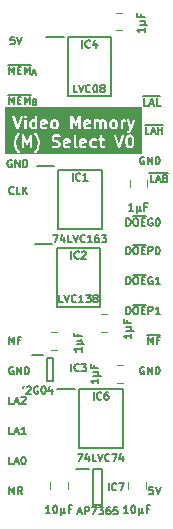
<source format=gto>
%TF.GenerationSoftware,KiCad,Pcbnew,7.0.5*%
%TF.CreationDate,2024-03-15T18:49:57+02:00*%
%TF.ProjectId,Video Main Memory Select,56696465-6f20-44d6-9169-6e204d656d6f,V0*%
%TF.SameCoordinates,PX54c81a0PY37b6b20*%
%TF.FileFunction,Legend,Top*%
%TF.FilePolarity,Positive*%
%FSLAX46Y46*%
G04 Gerber Fmt 4.6, Leading zero omitted, Abs format (unit mm)*
G04 Created by KiCad (PCBNEW 7.0.5) date 2024-03-15 18:49:57*
%MOMM*%
%LPD*%
G01*
G04 APERTURE LIST*
%ADD10C,0.150000*%
%ADD11C,0.200000*%
%ADD12C,0.120000*%
G04 APERTURE END LIST*
D10*
X1695255Y349037D02*
X1392874Y349037D01*
X1392874Y349037D02*
X1362636Y46656D01*
X1362636Y46656D02*
X1392874Y76895D01*
X1392874Y76895D02*
X1453350Y107133D01*
X1453350Y107133D02*
X1604541Y107133D01*
X1604541Y107133D02*
X1665017Y76895D01*
X1665017Y76895D02*
X1695255Y46656D01*
X1695255Y46656D02*
X1725493Y-13820D01*
X1725493Y-13820D02*
X1725493Y-165010D01*
X1725493Y-165010D02*
X1695255Y-225486D01*
X1695255Y-225486D02*
X1665017Y-255725D01*
X1665017Y-255725D02*
X1604541Y-285963D01*
X1604541Y-285963D02*
X1453350Y-285963D01*
X1453350Y-285963D02*
X1392874Y-255725D01*
X1392874Y-255725D02*
X1362636Y-225486D01*
X1906922Y349037D02*
X2118588Y-285963D01*
X2118588Y-285963D02*
X2330255Y349037D01*
X1568255Y-35845963D02*
X1265874Y-35845963D01*
X1265874Y-35845963D02*
X1265874Y-35210963D01*
X1749684Y-35664534D02*
X2052065Y-35664534D01*
X1689208Y-35845963D02*
X1900874Y-35210963D01*
X1900874Y-35210963D02*
X2112541Y-35845963D01*
X2445160Y-35210963D02*
X2505637Y-35210963D01*
X2505637Y-35210963D02*
X2566113Y-35241201D01*
X2566113Y-35241201D02*
X2596351Y-35271439D01*
X2596351Y-35271439D02*
X2626589Y-35331915D01*
X2626589Y-35331915D02*
X2656827Y-35452867D01*
X2656827Y-35452867D02*
X2656827Y-35604058D01*
X2656827Y-35604058D02*
X2626589Y-35725010D01*
X2626589Y-35725010D02*
X2596351Y-35785486D01*
X2596351Y-35785486D02*
X2566113Y-35815725D01*
X2566113Y-35815725D02*
X2505637Y-35845963D01*
X2505637Y-35845963D02*
X2445160Y-35845963D01*
X2445160Y-35845963D02*
X2384684Y-35815725D01*
X2384684Y-35815725D02*
X2354446Y-35785486D01*
X2354446Y-35785486D02*
X2324208Y-35725010D01*
X2324208Y-35725010D02*
X2293970Y-35604058D01*
X2293970Y-35604058D02*
X2293970Y-35452867D01*
X2293970Y-35452867D02*
X2324208Y-35331915D01*
X2324208Y-35331915D02*
X2354446Y-35271439D01*
X2354446Y-35271439D02*
X2384684Y-35241201D01*
X2384684Y-35241201D02*
X2445160Y-35210963D01*
X13429839Y-37750963D02*
X13127458Y-37750963D01*
X13127458Y-37750963D02*
X13097220Y-38053344D01*
X13097220Y-38053344D02*
X13127458Y-38023105D01*
X13127458Y-38023105D02*
X13187934Y-37992867D01*
X13187934Y-37992867D02*
X13339125Y-37992867D01*
X13339125Y-37992867D02*
X13399601Y-38023105D01*
X13399601Y-38023105D02*
X13429839Y-38053344D01*
X13429839Y-38053344D02*
X13460077Y-38113820D01*
X13460077Y-38113820D02*
X13460077Y-38265010D01*
X13460077Y-38265010D02*
X13429839Y-38325486D01*
X13429839Y-38325486D02*
X13399601Y-38355725D01*
X13399601Y-38355725D02*
X13339125Y-38385963D01*
X13339125Y-38385963D02*
X13187934Y-38385963D01*
X13187934Y-38385963D02*
X13127458Y-38355725D01*
X13127458Y-38355725D02*
X13097220Y-38325486D01*
X13641506Y-37750963D02*
X13853172Y-38385963D01*
X13853172Y-38385963D02*
X14064839Y-37750963D01*
X1265874Y-2825963D02*
X1265874Y-2190963D01*
X1265874Y-2190963D02*
X1477541Y-2644534D01*
X1477541Y-2644534D02*
X1689207Y-2190963D01*
X1689207Y-2190963D02*
X1689207Y-2825963D01*
X1991588Y-2493344D02*
X2203255Y-2493344D01*
X2293969Y-2825963D02*
X1991588Y-2825963D01*
X1991588Y-2825963D02*
X1991588Y-2190963D01*
X1991588Y-2190963D02*
X2293969Y-2190963D01*
X2566112Y-2825963D02*
X2566112Y-2190963D01*
X2566112Y-2190963D02*
X2777779Y-2644534D01*
X2777779Y-2644534D02*
X2989445Y-2190963D01*
X2989445Y-2190963D02*
X2989445Y-2825963D01*
X1178184Y-2014675D02*
X3077136Y-2014675D01*
X3237397Y-2750972D02*
X3479302Y-2750972D01*
X3189016Y-2896115D02*
X3358350Y-2388115D01*
X3358350Y-2388115D02*
X3527683Y-2896115D01*
X1265874Y-38385963D02*
X1265874Y-37750963D01*
X1265874Y-37750963D02*
X1477541Y-38204534D01*
X1477541Y-38204534D02*
X1689207Y-37750963D01*
X1689207Y-37750963D02*
X1689207Y-38385963D01*
X2354445Y-38385963D02*
X2142778Y-38083582D01*
X1991588Y-38385963D02*
X1991588Y-37750963D01*
X1991588Y-37750963D02*
X2233493Y-37750963D01*
X2233493Y-37750963D02*
X2293969Y-37781201D01*
X2293969Y-37781201D02*
X2324207Y-37811439D01*
X2324207Y-37811439D02*
X2354445Y-37871915D01*
X2354445Y-37871915D02*
X2354445Y-37962629D01*
X2354445Y-37962629D02*
X2324207Y-38023105D01*
X2324207Y-38023105D02*
X2293969Y-38053344D01*
X2293969Y-38053344D02*
X2233493Y-38083582D01*
X2233493Y-38083582D02*
X1991588Y-38083582D01*
X13109315Y-7905963D02*
X12806934Y-7905963D01*
X12806934Y-7905963D02*
X12806934Y-7270963D01*
X13290744Y-7724534D02*
X13593125Y-7724534D01*
X13230268Y-7905963D02*
X13441934Y-7270963D01*
X13441934Y-7270963D02*
X13653601Y-7905963D01*
X13865268Y-7905963D02*
X13865268Y-7270963D01*
X13865268Y-7573344D02*
X14228125Y-7573344D01*
X14228125Y-7905963D02*
X14228125Y-7270963D01*
X12719244Y-7094675D02*
X14315816Y-7094675D01*
X1265874Y-25685963D02*
X1265874Y-25050963D01*
X1265874Y-25050963D02*
X1477541Y-25504534D01*
X1477541Y-25504534D02*
X1689207Y-25050963D01*
X1689207Y-25050963D02*
X1689207Y-25685963D01*
X2203255Y-25353344D02*
X1991588Y-25353344D01*
X1991588Y-25685963D02*
X1991588Y-25050963D01*
X1991588Y-25050963D02*
X2293969Y-25050963D01*
X12673887Y-27621201D02*
X12613411Y-27590963D01*
X12613411Y-27590963D02*
X12522697Y-27590963D01*
X12522697Y-27590963D02*
X12431982Y-27621201D01*
X12431982Y-27621201D02*
X12371506Y-27681677D01*
X12371506Y-27681677D02*
X12341268Y-27742153D01*
X12341268Y-27742153D02*
X12311030Y-27863105D01*
X12311030Y-27863105D02*
X12311030Y-27953820D01*
X12311030Y-27953820D02*
X12341268Y-28074772D01*
X12341268Y-28074772D02*
X12371506Y-28135248D01*
X12371506Y-28135248D02*
X12431982Y-28195725D01*
X12431982Y-28195725D02*
X12522697Y-28225963D01*
X12522697Y-28225963D02*
X12583173Y-28225963D01*
X12583173Y-28225963D02*
X12673887Y-28195725D01*
X12673887Y-28195725D02*
X12704125Y-28165486D01*
X12704125Y-28165486D02*
X12704125Y-27953820D01*
X12704125Y-27953820D02*
X12583173Y-27953820D01*
X12976268Y-28225963D02*
X12976268Y-27590963D01*
X12976268Y-27590963D02*
X13339125Y-28225963D01*
X13339125Y-28225963D02*
X13339125Y-27590963D01*
X13641506Y-28225963D02*
X13641506Y-27590963D01*
X13641506Y-27590963D02*
X13792696Y-27590963D01*
X13792696Y-27590963D02*
X13883411Y-27621201D01*
X13883411Y-27621201D02*
X13943887Y-27681677D01*
X13943887Y-27681677D02*
X13974125Y-27742153D01*
X13974125Y-27742153D02*
X14004363Y-27863105D01*
X14004363Y-27863105D02*
X14004363Y-27953820D01*
X14004363Y-27953820D02*
X13974125Y-28074772D01*
X13974125Y-28074772D02*
X13943887Y-28135248D01*
X13943887Y-28135248D02*
X13883411Y-28195725D01*
X13883411Y-28195725D02*
X13792696Y-28225963D01*
X13792696Y-28225963D02*
X13641506Y-28225963D01*
X13006505Y-5492963D02*
X12704124Y-5492963D01*
X12704124Y-5492963D02*
X12704124Y-4857963D01*
X13187934Y-5311534D02*
X13490315Y-5311534D01*
X13127458Y-5492963D02*
X13339124Y-4857963D01*
X13339124Y-4857963D02*
X13550791Y-5492963D01*
X14064839Y-5492963D02*
X13762458Y-5492963D01*
X13762458Y-5492963D02*
X13762458Y-4857963D01*
X12616434Y-4681675D02*
X14061816Y-4681675D01*
X13006506Y-25685963D02*
X13006506Y-25050963D01*
X13006506Y-25050963D02*
X13218173Y-25504534D01*
X13218173Y-25504534D02*
X13429839Y-25050963D01*
X13429839Y-25050963D02*
X13429839Y-25685963D01*
X13943887Y-25353344D02*
X13732220Y-25353344D01*
X13732220Y-25685963D02*
X13732220Y-25050963D01*
X13732220Y-25050963D02*
X14034601Y-25050963D01*
X12918816Y-24874675D02*
X14061816Y-24874675D01*
X13520553Y-11969963D02*
X13218172Y-11969963D01*
X13218172Y-11969963D02*
X13218172Y-11334963D01*
X13701982Y-11788534D02*
X14004363Y-11788534D01*
X13641506Y-11969963D02*
X13853172Y-11334963D01*
X13853172Y-11334963D02*
X14064839Y-11969963D01*
X14488173Y-11637344D02*
X14578887Y-11667582D01*
X14578887Y-11667582D02*
X14609125Y-11697820D01*
X14609125Y-11697820D02*
X14639363Y-11758296D01*
X14639363Y-11758296D02*
X14639363Y-11849010D01*
X14639363Y-11849010D02*
X14609125Y-11909486D01*
X14609125Y-11909486D02*
X14578887Y-11939725D01*
X14578887Y-11939725D02*
X14518411Y-11969963D01*
X14518411Y-11969963D02*
X14276506Y-11969963D01*
X14276506Y-11969963D02*
X14276506Y-11334963D01*
X14276506Y-11334963D02*
X14488173Y-11334963D01*
X14488173Y-11334963D02*
X14548649Y-11365201D01*
X14548649Y-11365201D02*
X14578887Y-11395439D01*
X14578887Y-11395439D02*
X14609125Y-11455915D01*
X14609125Y-11455915D02*
X14609125Y-11516391D01*
X14609125Y-11516391D02*
X14578887Y-11576867D01*
X14578887Y-11576867D02*
X14548649Y-11607105D01*
X14548649Y-11607105D02*
X14488173Y-11637344D01*
X14488173Y-11637344D02*
X14276506Y-11637344D01*
X13130482Y-11158675D02*
X14696816Y-11158675D01*
X1471493Y-10095201D02*
X1411017Y-10064963D01*
X1411017Y-10064963D02*
X1320303Y-10064963D01*
X1320303Y-10064963D02*
X1229588Y-10095201D01*
X1229588Y-10095201D02*
X1169112Y-10155677D01*
X1169112Y-10155677D02*
X1138874Y-10216153D01*
X1138874Y-10216153D02*
X1108636Y-10337105D01*
X1108636Y-10337105D02*
X1108636Y-10427820D01*
X1108636Y-10427820D02*
X1138874Y-10548772D01*
X1138874Y-10548772D02*
X1169112Y-10609248D01*
X1169112Y-10609248D02*
X1229588Y-10669725D01*
X1229588Y-10669725D02*
X1320303Y-10699963D01*
X1320303Y-10699963D02*
X1380779Y-10699963D01*
X1380779Y-10699963D02*
X1471493Y-10669725D01*
X1471493Y-10669725D02*
X1501731Y-10639486D01*
X1501731Y-10639486D02*
X1501731Y-10427820D01*
X1501731Y-10427820D02*
X1380779Y-10427820D01*
X1773874Y-10699963D02*
X1773874Y-10064963D01*
X1773874Y-10064963D02*
X2136731Y-10699963D01*
X2136731Y-10699963D02*
X2136731Y-10064963D01*
X2439112Y-10699963D02*
X2439112Y-10064963D01*
X2439112Y-10064963D02*
X2590302Y-10064963D01*
X2590302Y-10064963D02*
X2681017Y-10095201D01*
X2681017Y-10095201D02*
X2741493Y-10155677D01*
X2741493Y-10155677D02*
X2771731Y-10216153D01*
X2771731Y-10216153D02*
X2801969Y-10337105D01*
X2801969Y-10337105D02*
X2801969Y-10427820D01*
X2801969Y-10427820D02*
X2771731Y-10548772D01*
X2771731Y-10548772D02*
X2741493Y-10609248D01*
X2741493Y-10609248D02*
X2681017Y-10669725D01*
X2681017Y-10669725D02*
X2590302Y-10699963D01*
X2590302Y-10699963D02*
X2439112Y-10699963D01*
X12673887Y-9841201D02*
X12613411Y-9810963D01*
X12613411Y-9810963D02*
X12522697Y-9810963D01*
X12522697Y-9810963D02*
X12431982Y-9841201D01*
X12431982Y-9841201D02*
X12371506Y-9901677D01*
X12371506Y-9901677D02*
X12341268Y-9962153D01*
X12341268Y-9962153D02*
X12311030Y-10083105D01*
X12311030Y-10083105D02*
X12311030Y-10173820D01*
X12311030Y-10173820D02*
X12341268Y-10294772D01*
X12341268Y-10294772D02*
X12371506Y-10355248D01*
X12371506Y-10355248D02*
X12431982Y-10415725D01*
X12431982Y-10415725D02*
X12522697Y-10445963D01*
X12522697Y-10445963D02*
X12583173Y-10445963D01*
X12583173Y-10445963D02*
X12673887Y-10415725D01*
X12673887Y-10415725D02*
X12704125Y-10385486D01*
X12704125Y-10385486D02*
X12704125Y-10173820D01*
X12704125Y-10173820D02*
X12583173Y-10173820D01*
X12976268Y-10445963D02*
X12976268Y-9810963D01*
X12976268Y-9810963D02*
X13339125Y-10445963D01*
X13339125Y-10445963D02*
X13339125Y-9810963D01*
X13641506Y-10445963D02*
X13641506Y-9810963D01*
X13641506Y-9810963D02*
X13792696Y-9810963D01*
X13792696Y-9810963D02*
X13883411Y-9841201D01*
X13883411Y-9841201D02*
X13943887Y-9901677D01*
X13943887Y-9901677D02*
X13974125Y-9962153D01*
X13974125Y-9962153D02*
X14004363Y-10083105D01*
X14004363Y-10083105D02*
X14004363Y-10173820D01*
X14004363Y-10173820D02*
X13974125Y-10294772D01*
X13974125Y-10294772D02*
X13943887Y-10355248D01*
X13943887Y-10355248D02*
X13883411Y-10415725D01*
X13883411Y-10415725D02*
X13792696Y-10445963D01*
X13792696Y-10445963D02*
X13641506Y-10445963D01*
X1568255Y-33305963D02*
X1265874Y-33305963D01*
X1265874Y-33305963D02*
X1265874Y-32670963D01*
X1749684Y-33124534D02*
X2052065Y-33124534D01*
X1689208Y-33305963D02*
X1900874Y-32670963D01*
X1900874Y-32670963D02*
X2112541Y-33305963D01*
X2656827Y-33305963D02*
X2293970Y-33305963D01*
X2475398Y-33305963D02*
X2475398Y-32670963D01*
X2475398Y-32670963D02*
X2414922Y-32761677D01*
X2414922Y-32761677D02*
X2354446Y-32822153D01*
X2354446Y-32822153D02*
X2293970Y-32852391D01*
X11161982Y-18065963D02*
X11161982Y-17430963D01*
X11161982Y-17430963D02*
X11313172Y-17430963D01*
X11313172Y-17430963D02*
X11403887Y-17461201D01*
X11403887Y-17461201D02*
X11464363Y-17521677D01*
X11464363Y-17521677D02*
X11494601Y-17582153D01*
X11494601Y-17582153D02*
X11524839Y-17703105D01*
X11524839Y-17703105D02*
X11524839Y-17793820D01*
X11524839Y-17793820D02*
X11494601Y-17914772D01*
X11494601Y-17914772D02*
X11464363Y-17975248D01*
X11464363Y-17975248D02*
X11403887Y-18035725D01*
X11403887Y-18035725D02*
X11313172Y-18065963D01*
X11313172Y-18065963D02*
X11161982Y-18065963D01*
X11917934Y-17430963D02*
X12038887Y-17430963D01*
X12038887Y-17430963D02*
X12099363Y-17461201D01*
X12099363Y-17461201D02*
X12159839Y-17521677D01*
X12159839Y-17521677D02*
X12190077Y-17642629D01*
X12190077Y-17642629D02*
X12190077Y-17854296D01*
X12190077Y-17854296D02*
X12159839Y-17975248D01*
X12159839Y-17975248D02*
X12099363Y-18035725D01*
X12099363Y-18035725D02*
X12038887Y-18065963D01*
X12038887Y-18065963D02*
X11917934Y-18065963D01*
X11917934Y-18065963D02*
X11857458Y-18035725D01*
X11857458Y-18035725D02*
X11796982Y-17975248D01*
X11796982Y-17975248D02*
X11766744Y-17854296D01*
X11766744Y-17854296D02*
X11766744Y-17642629D01*
X11766744Y-17642629D02*
X11796982Y-17521677D01*
X11796982Y-17521677D02*
X11857458Y-17461201D01*
X11857458Y-17461201D02*
X11917934Y-17430963D01*
X12462220Y-17733344D02*
X12673887Y-17733344D01*
X12764601Y-18065963D02*
X12462220Y-18065963D01*
X12462220Y-18065963D02*
X12462220Y-17430963D01*
X12462220Y-17430963D02*
X12764601Y-17430963D01*
X11709292Y-17254675D02*
X12822054Y-17254675D01*
X13036744Y-18065963D02*
X13036744Y-17430963D01*
X13036744Y-17430963D02*
X13278649Y-17430963D01*
X13278649Y-17430963D02*
X13339125Y-17461201D01*
X13339125Y-17461201D02*
X13369363Y-17491439D01*
X13369363Y-17491439D02*
X13399601Y-17551915D01*
X13399601Y-17551915D02*
X13399601Y-17642629D01*
X13399601Y-17642629D02*
X13369363Y-17703105D01*
X13369363Y-17703105D02*
X13339125Y-17733344D01*
X13339125Y-17733344D02*
X13278649Y-17763582D01*
X13278649Y-17763582D02*
X13036744Y-17763582D01*
X13792696Y-17430963D02*
X13853173Y-17430963D01*
X13853173Y-17430963D02*
X13913649Y-17461201D01*
X13913649Y-17461201D02*
X13943887Y-17491439D01*
X13943887Y-17491439D02*
X13974125Y-17551915D01*
X13974125Y-17551915D02*
X14004363Y-17672867D01*
X14004363Y-17672867D02*
X14004363Y-17824058D01*
X14004363Y-17824058D02*
X13974125Y-17945010D01*
X13974125Y-17945010D02*
X13943887Y-18005486D01*
X13943887Y-18005486D02*
X13913649Y-18035725D01*
X13913649Y-18035725D02*
X13853173Y-18065963D01*
X13853173Y-18065963D02*
X13792696Y-18065963D01*
X13792696Y-18065963D02*
X13732220Y-18035725D01*
X13732220Y-18035725D02*
X13701982Y-18005486D01*
X13701982Y-18005486D02*
X13671744Y-17945010D01*
X13671744Y-17945010D02*
X13641506Y-17824058D01*
X13641506Y-17824058D02*
X13641506Y-17672867D01*
X13641506Y-17672867D02*
X13671744Y-17551915D01*
X13671744Y-17551915D02*
X13701982Y-17491439D01*
X13701982Y-17491439D02*
X13732220Y-17461201D01*
X13732220Y-17461201D02*
X13792696Y-17430963D01*
X1265874Y-5365963D02*
X1265874Y-4730963D01*
X1265874Y-4730963D02*
X1477541Y-5184534D01*
X1477541Y-5184534D02*
X1689207Y-4730963D01*
X1689207Y-4730963D02*
X1689207Y-5365963D01*
X1991588Y-5033344D02*
X2203255Y-5033344D01*
X2293969Y-5365963D02*
X1991588Y-5365963D01*
X1991588Y-5365963D02*
X1991588Y-4730963D01*
X1991588Y-4730963D02*
X2293969Y-4730963D01*
X2566112Y-5365963D02*
X2566112Y-4730963D01*
X2566112Y-4730963D02*
X2777779Y-5184534D01*
X2777779Y-5184534D02*
X2989445Y-4730963D01*
X2989445Y-4730963D02*
X2989445Y-5365963D01*
X1178184Y-4554675D02*
X3077136Y-4554675D01*
X3430921Y-5170020D02*
X3503493Y-5194210D01*
X3503493Y-5194210D02*
X3527683Y-5218401D01*
X3527683Y-5218401D02*
X3551874Y-5266782D01*
X3551874Y-5266782D02*
X3551874Y-5339353D01*
X3551874Y-5339353D02*
X3527683Y-5387734D01*
X3527683Y-5387734D02*
X3503493Y-5411925D01*
X3503493Y-5411925D02*
X3455112Y-5436115D01*
X3455112Y-5436115D02*
X3261588Y-5436115D01*
X3261588Y-5436115D02*
X3261588Y-4928115D01*
X3261588Y-4928115D02*
X3430921Y-4928115D01*
X3430921Y-4928115D02*
X3479302Y-4952305D01*
X3479302Y-4952305D02*
X3503493Y-4976496D01*
X3503493Y-4976496D02*
X3527683Y-5024877D01*
X3527683Y-5024877D02*
X3527683Y-5073258D01*
X3527683Y-5073258D02*
X3503493Y-5121639D01*
X3503493Y-5121639D02*
X3479302Y-5145829D01*
X3479302Y-5145829D02*
X3430921Y-5170020D01*
X3430921Y-5170020D02*
X3261588Y-5170020D01*
X1568255Y-30765963D02*
X1265874Y-30765963D01*
X1265874Y-30765963D02*
X1265874Y-30130963D01*
X1749684Y-30584534D02*
X2052065Y-30584534D01*
X1689208Y-30765963D02*
X1900874Y-30130963D01*
X1900874Y-30130963D02*
X2112541Y-30765963D01*
X2293970Y-30191439D02*
X2324208Y-30161201D01*
X2324208Y-30161201D02*
X2384684Y-30130963D01*
X2384684Y-30130963D02*
X2535875Y-30130963D01*
X2535875Y-30130963D02*
X2596351Y-30161201D01*
X2596351Y-30161201D02*
X2626589Y-30191439D01*
X2626589Y-30191439D02*
X2656827Y-30251915D01*
X2656827Y-30251915D02*
X2656827Y-30312391D01*
X2656827Y-30312391D02*
X2626589Y-30403105D01*
X2626589Y-30403105D02*
X2263732Y-30765963D01*
X2263732Y-30765963D02*
X2656827Y-30765963D01*
X11161982Y-15652963D02*
X11161982Y-15017963D01*
X11161982Y-15017963D02*
X11313172Y-15017963D01*
X11313172Y-15017963D02*
X11403887Y-15048201D01*
X11403887Y-15048201D02*
X11464363Y-15108677D01*
X11464363Y-15108677D02*
X11494601Y-15169153D01*
X11494601Y-15169153D02*
X11524839Y-15290105D01*
X11524839Y-15290105D02*
X11524839Y-15380820D01*
X11524839Y-15380820D02*
X11494601Y-15501772D01*
X11494601Y-15501772D02*
X11464363Y-15562248D01*
X11464363Y-15562248D02*
X11403887Y-15622725D01*
X11403887Y-15622725D02*
X11313172Y-15652963D01*
X11313172Y-15652963D02*
X11161982Y-15652963D01*
X11917934Y-15017963D02*
X12038887Y-15017963D01*
X12038887Y-15017963D02*
X12099363Y-15048201D01*
X12099363Y-15048201D02*
X12159839Y-15108677D01*
X12159839Y-15108677D02*
X12190077Y-15229629D01*
X12190077Y-15229629D02*
X12190077Y-15441296D01*
X12190077Y-15441296D02*
X12159839Y-15562248D01*
X12159839Y-15562248D02*
X12099363Y-15622725D01*
X12099363Y-15622725D02*
X12038887Y-15652963D01*
X12038887Y-15652963D02*
X11917934Y-15652963D01*
X11917934Y-15652963D02*
X11857458Y-15622725D01*
X11857458Y-15622725D02*
X11796982Y-15562248D01*
X11796982Y-15562248D02*
X11766744Y-15441296D01*
X11766744Y-15441296D02*
X11766744Y-15229629D01*
X11766744Y-15229629D02*
X11796982Y-15108677D01*
X11796982Y-15108677D02*
X11857458Y-15048201D01*
X11857458Y-15048201D02*
X11917934Y-15017963D01*
X12462220Y-15320344D02*
X12673887Y-15320344D01*
X12764601Y-15652963D02*
X12462220Y-15652963D01*
X12462220Y-15652963D02*
X12462220Y-15017963D01*
X12462220Y-15017963D02*
X12764601Y-15017963D01*
X11709292Y-14841675D02*
X12822054Y-14841675D01*
X13369363Y-15048201D02*
X13308887Y-15017963D01*
X13308887Y-15017963D02*
X13218173Y-15017963D01*
X13218173Y-15017963D02*
X13127458Y-15048201D01*
X13127458Y-15048201D02*
X13066982Y-15108677D01*
X13066982Y-15108677D02*
X13036744Y-15169153D01*
X13036744Y-15169153D02*
X13006506Y-15290105D01*
X13006506Y-15290105D02*
X13006506Y-15380820D01*
X13006506Y-15380820D02*
X13036744Y-15501772D01*
X13036744Y-15501772D02*
X13066982Y-15562248D01*
X13066982Y-15562248D02*
X13127458Y-15622725D01*
X13127458Y-15622725D02*
X13218173Y-15652963D01*
X13218173Y-15652963D02*
X13278649Y-15652963D01*
X13278649Y-15652963D02*
X13369363Y-15622725D01*
X13369363Y-15622725D02*
X13399601Y-15592486D01*
X13399601Y-15592486D02*
X13399601Y-15380820D01*
X13399601Y-15380820D02*
X13278649Y-15380820D01*
X13792696Y-15017963D02*
X13853173Y-15017963D01*
X13853173Y-15017963D02*
X13913649Y-15048201D01*
X13913649Y-15048201D02*
X13943887Y-15078439D01*
X13943887Y-15078439D02*
X13974125Y-15138915D01*
X13974125Y-15138915D02*
X14004363Y-15259867D01*
X14004363Y-15259867D02*
X14004363Y-15411058D01*
X14004363Y-15411058D02*
X13974125Y-15532010D01*
X13974125Y-15532010D02*
X13943887Y-15592486D01*
X13943887Y-15592486D02*
X13913649Y-15622725D01*
X13913649Y-15622725D02*
X13853173Y-15652963D01*
X13853173Y-15652963D02*
X13792696Y-15652963D01*
X13792696Y-15652963D02*
X13732220Y-15622725D01*
X13732220Y-15622725D02*
X13701982Y-15592486D01*
X13701982Y-15592486D02*
X13671744Y-15532010D01*
X13671744Y-15532010D02*
X13641506Y-15411058D01*
X13641506Y-15411058D02*
X13641506Y-15259867D01*
X13641506Y-15259867D02*
X13671744Y-15138915D01*
X13671744Y-15138915D02*
X13701982Y-15078439D01*
X13701982Y-15078439D02*
X13732220Y-15048201D01*
X13732220Y-15048201D02*
X13792696Y-15017963D01*
D11*
G36*
X6251701Y-8466706D02*
G01*
X6269152Y-8501607D01*
X5997666Y-8555904D01*
X5997666Y-8511015D01*
X6019820Y-8466706D01*
X6064129Y-8444552D01*
X6207393Y-8444552D01*
X6251701Y-8466706D01*
G37*
G36*
X7632654Y-8466706D02*
G01*
X7650105Y-8501607D01*
X7378619Y-8555904D01*
X7378619Y-8511015D01*
X7400773Y-8466706D01*
X7445082Y-8444552D01*
X7588346Y-8444552D01*
X7632654Y-8466706D01*
G37*
G36*
X11552717Y-8141023D02*
G01*
X11577387Y-8165693D01*
X11612838Y-8236595D01*
X11654810Y-8404482D01*
X11654810Y-8617953D01*
X11612838Y-8785842D01*
X11577387Y-8856743D01*
X11552716Y-8881414D01*
X11493109Y-8911219D01*
X11445083Y-8911219D01*
X11385476Y-8881415D01*
X11360805Y-8856743D01*
X11325353Y-8785840D01*
X11283382Y-8617955D01*
X11283382Y-8404483D01*
X11325353Y-8236595D01*
X11360805Y-8165692D01*
X11385474Y-8141023D01*
X11445083Y-8111219D01*
X11493109Y-8111219D01*
X11552717Y-8141023D01*
G37*
G36*
X3440523Y-6843974D02*
G01*
X3440523Y-7291796D01*
X3421679Y-7301219D01*
X3278415Y-7301219D01*
X3218808Y-7271415D01*
X3194137Y-7246743D01*
X3164333Y-7187135D01*
X3164333Y-6948634D01*
X3194137Y-6889025D01*
X3218807Y-6864355D01*
X3278415Y-6834552D01*
X3421679Y-6834552D01*
X3440523Y-6843974D01*
G37*
G36*
X4323130Y-6856706D02*
G01*
X4340581Y-6891607D01*
X4069095Y-6945904D01*
X4069095Y-6901015D01*
X4091249Y-6856706D01*
X4135558Y-6834552D01*
X4278822Y-6834552D01*
X4323130Y-6856706D01*
G37*
G36*
X5195573Y-6864356D02*
G01*
X5220243Y-6889026D01*
X5250047Y-6948634D01*
X5250047Y-7187135D01*
X5220243Y-7246743D01*
X5195572Y-7271414D01*
X5135965Y-7301219D01*
X5040320Y-7301219D01*
X4980713Y-7271415D01*
X4956042Y-7246743D01*
X4926238Y-7187135D01*
X4926238Y-6948634D01*
X4956042Y-6889025D01*
X4980712Y-6864356D01*
X5040320Y-6834552D01*
X5135965Y-6834552D01*
X5195573Y-6864356D01*
G37*
G36*
X7989797Y-6856706D02*
G01*
X8007248Y-6891607D01*
X7735762Y-6945904D01*
X7735762Y-6901015D01*
X7757916Y-6856706D01*
X7802225Y-6834552D01*
X7945489Y-6834552D01*
X7989797Y-6856706D01*
G37*
G36*
X10195573Y-6864356D02*
G01*
X10220243Y-6889026D01*
X10250047Y-6948634D01*
X10250047Y-7187135D01*
X10220243Y-7246743D01*
X10195572Y-7271414D01*
X10135965Y-7301219D01*
X10040320Y-7301219D01*
X9980713Y-7271415D01*
X9956042Y-7246743D01*
X9926238Y-7187135D01*
X9926238Y-6948634D01*
X9956042Y-6889025D01*
X9980711Y-6864356D01*
X10040320Y-6834552D01*
X10135965Y-6834552D01*
X10195573Y-6864356D01*
G37*
G36*
X12538144Y-9586857D02*
G01*
X923856Y-9586857D01*
X923856Y-8716323D01*
X1650991Y-8716323D01*
X1654808Y-8735407D01*
X1654808Y-8739883D01*
X1657614Y-8749442D01*
X1699912Y-8960930D01*
X1698273Y-8967367D01*
X1705590Y-8989320D01*
X1707189Y-8997311D01*
X1710113Y-9002887D01*
X1748283Y-9117396D01*
X1747472Y-9124915D01*
X1757425Y-9144822D01*
X1759725Y-9151720D01*
X1763822Y-9157615D01*
X1798060Y-9226091D01*
X1798172Y-9232734D01*
X1811009Y-9251990D01*
X1814653Y-9259277D01*
X1818939Y-9263885D01*
X1899208Y-9384287D01*
X1901430Y-9394500D01*
X1915189Y-9408259D01*
X1917674Y-9411986D01*
X1925317Y-9418387D01*
X1979979Y-9473049D01*
X2018368Y-9494011D01*
X2076944Y-9489821D01*
X2123955Y-9454629D01*
X2144478Y-9399606D01*
X2131995Y-9342223D01*
X2070615Y-9280843D01*
X1984323Y-9151405D01*
X1942668Y-9068095D01*
X1899265Y-8937887D01*
X1854808Y-8715602D01*
X1854807Y-8544931D01*
X1899264Y-8322649D01*
X1942666Y-8192440D01*
X1984323Y-8109127D01*
X2039141Y-8026899D01*
X2318440Y-8026899D01*
X2321475Y-8033402D01*
X2321475Y-9025598D01*
X2333798Y-9067566D01*
X2378180Y-9106023D01*
X2436307Y-9114380D01*
X2489726Y-9089985D01*
X2521475Y-9040582D01*
X2521475Y-8461975D01*
X2663848Y-8767062D01*
X2675484Y-8793105D01*
X2688723Y-8801768D01*
X2699185Y-8813642D01*
X2712788Y-8817515D01*
X2724623Y-8825259D01*
X2740445Y-8825389D01*
X2755666Y-8829723D01*
X2769204Y-8825626D01*
X2783347Y-8825743D01*
X2796728Y-8817297D01*
X2811874Y-8812715D01*
X2821048Y-8801949D01*
X2833009Y-8794401D01*
X2839699Y-8780063D01*
X2849965Y-8768018D01*
X2851862Y-8753999D01*
X2988141Y-8461975D01*
X2988141Y-9025598D01*
X3000464Y-9067566D01*
X3044846Y-9106023D01*
X3102973Y-9114380D01*
X3156392Y-9089985D01*
X3188141Y-9040582D01*
X3188140Y-8018787D01*
X3191421Y-7997235D01*
X3182190Y-7976575D01*
X3175818Y-7954872D01*
X3170394Y-7950172D01*
X3167466Y-7943618D01*
X3148532Y-7931229D01*
X3131436Y-7916415D01*
X3124331Y-7915393D01*
X3118326Y-7911464D01*
X3095702Y-7911277D01*
X3073309Y-7908058D01*
X3066780Y-7911039D01*
X3059602Y-7910980D01*
X3040467Y-7923055D01*
X3019890Y-7932453D01*
X3016009Y-7938491D01*
X3009940Y-7942322D01*
X3000373Y-7962821D01*
X2988141Y-7981856D01*
X2988141Y-7989034D01*
X2754808Y-8489032D01*
X2515292Y-7975784D01*
X2509152Y-7954872D01*
X2492055Y-7940057D01*
X2477098Y-7923081D01*
X2470194Y-7921115D01*
X2464770Y-7916415D01*
X2442377Y-7913195D01*
X2420617Y-7907000D01*
X2413745Y-7909079D01*
X2406643Y-7908058D01*
X2386067Y-7917454D01*
X2364409Y-7924008D01*
X2359753Y-7929471D01*
X2353224Y-7932453D01*
X2340993Y-7951484D01*
X2326318Y-7968705D01*
X2325355Y-7975818D01*
X2321475Y-7981856D01*
X2321475Y-8004479D01*
X2318440Y-8026899D01*
X2039141Y-8026899D01*
X2070614Y-7979689D01*
X2121400Y-7928904D01*
X2142362Y-7890515D01*
X2140245Y-7860926D01*
X3365137Y-7860926D01*
X3377621Y-7918309D01*
X3438999Y-7979687D01*
X3525293Y-8109129D01*
X3566947Y-8192437D01*
X3610350Y-8322643D01*
X3654808Y-8544929D01*
X3654808Y-8715600D01*
X3610351Y-8937885D01*
X3566949Y-9068092D01*
X3525293Y-9151403D01*
X3439000Y-9280843D01*
X3388216Y-9331628D01*
X3367254Y-9370017D01*
X3371443Y-9428593D01*
X3406636Y-9475605D01*
X3461659Y-9496128D01*
X3519042Y-9483644D01*
X3574050Y-9428635D01*
X3583630Y-9424454D01*
X3594426Y-9408259D01*
X3597591Y-9405095D01*
X3602366Y-9396348D01*
X3682552Y-9276070D01*
X3688262Y-9272679D01*
X3698608Y-9251986D01*
X3703132Y-9245201D01*
X3705008Y-9239186D01*
X3739262Y-9170678D01*
X3745153Y-9165936D01*
X3752190Y-9144822D01*
X3755443Y-9138318D01*
X3756714Y-9131249D01*
X3794871Y-9016779D01*
X3799489Y-9012004D01*
X3804027Y-8989311D01*
X3806604Y-8981582D01*
X3806831Y-8975290D01*
X3849157Y-8763659D01*
X3854808Y-8754867D01*
X3854807Y-8735406D01*
X3855686Y-8731016D01*
X3854808Y-8721087D01*
X3854808Y-8553940D01*
X3858625Y-8544209D01*
X3854808Y-8525124D01*
X3854808Y-8520649D01*
X3852000Y-8511089D01*
X3809703Y-8299602D01*
X3811343Y-8293166D01*
X3804025Y-8271212D01*
X3802427Y-8263222D01*
X3799502Y-8257645D01*
X3784581Y-8212883D01*
X4841665Y-8212883D01*
X4845285Y-8221611D01*
X4845285Y-8291547D01*
X4842711Y-8315391D01*
X4851849Y-8333667D01*
X4857608Y-8353280D01*
X4864749Y-8359468D01*
X4897853Y-8425676D01*
X4901431Y-8442119D01*
X4920910Y-8461598D01*
X4939682Y-8481779D01*
X4941575Y-8482263D01*
X4960946Y-8501634D01*
X4969539Y-8516101D01*
X4994175Y-8528419D01*
X5018369Y-8541630D01*
X5020317Y-8541490D01*
X5075107Y-8568885D01*
X5083021Y-8577302D01*
X5100859Y-8581761D01*
X5103900Y-8583282D01*
X5114754Y-8585235D01*
X5291336Y-8629380D01*
X5362239Y-8664832D01*
X5386908Y-8689502D01*
X5416713Y-8749110D01*
X5416713Y-8797136D01*
X5386909Y-8856743D01*
X5362238Y-8881414D01*
X5302631Y-8911219D01*
X5104369Y-8911219D01*
X4963267Y-8864185D01*
X4919555Y-8862604D01*
X4869037Y-8892547D01*
X4842728Y-8945048D01*
X4848978Y-9003441D01*
X4885806Y-9049183D01*
X5044623Y-9102121D01*
X5058779Y-9111219D01*
X5086334Y-9111219D01*
X5113871Y-9112215D01*
X5115551Y-9111219D01*
X5320852Y-9111219D01*
X5344695Y-9113793D01*
X5362971Y-9104654D01*
X5382584Y-9098896D01*
X5388772Y-9091754D01*
X5454980Y-9058650D01*
X5471424Y-9055073D01*
X5490909Y-9035587D01*
X5511083Y-9016822D01*
X5511567Y-9014928D01*
X5530940Y-8995555D01*
X5545405Y-8986964D01*
X5557722Y-8962329D01*
X5570934Y-8938133D01*
X5570794Y-8936185D01*
X5603747Y-8870280D01*
X5616713Y-8850105D01*
X5616713Y-8829669D01*
X5620333Y-8809554D01*
X5616713Y-8800825D01*
X5616713Y-8730888D01*
X5619287Y-8707045D01*
X5610148Y-8688767D01*
X5604390Y-8669157D01*
X5597248Y-8662969D01*
X5564143Y-8596758D01*
X5560567Y-8580318D01*
X5541092Y-8560843D01*
X5522316Y-8540657D01*
X5520421Y-8540172D01*
X5501051Y-8520802D01*
X5492459Y-8506336D01*
X5476982Y-8498597D01*
X5794046Y-8498597D01*
X5797666Y-8507325D01*
X5797666Y-8651463D01*
X5796212Y-8654023D01*
X5797666Y-8680625D01*
X5797666Y-8862975D01*
X5795092Y-8886819D01*
X5804230Y-8905096D01*
X5809989Y-8924708D01*
X5817129Y-8930895D01*
X5844449Y-8985535D01*
X5844312Y-8989420D01*
X5857456Y-9011550D01*
X5862272Y-9021182D01*
X5864775Y-9023873D01*
X5874301Y-9039911D01*
X5884383Y-9044952D01*
X5892063Y-9053208D01*
X5910139Y-9057830D01*
X5990984Y-9098253D01*
X6011160Y-9111219D01*
X6031595Y-9111219D01*
X6051711Y-9114839D01*
X6060439Y-9111219D01*
X6225614Y-9111219D01*
X6249457Y-9113793D01*
X6267733Y-9104654D01*
X6287346Y-9098896D01*
X6293534Y-9091754D01*
X6383819Y-9046612D01*
X6415845Y-9016822D01*
X6430394Y-8959927D01*
X6411874Y-8904199D01*
X6390327Y-8886819D01*
X6699854Y-8886819D01*
X6708992Y-8905096D01*
X6714751Y-8924708D01*
X6721891Y-8930895D01*
X6749211Y-8985535D01*
X6749074Y-8989420D01*
X6762218Y-9011550D01*
X6767034Y-9021182D01*
X6769537Y-9023873D01*
X6779063Y-9039911D01*
X6789145Y-9044952D01*
X6796825Y-9053208D01*
X6814901Y-9057830D01*
X6913424Y-9107092D01*
X6956473Y-9114839D01*
X7010718Y-9092341D01*
X7044188Y-9044088D01*
X7046258Y-8985399D01*
X7016269Y-8934908D01*
X6924582Y-8889064D01*
X6902428Y-8844755D01*
X6902428Y-8498597D01*
X7174999Y-8498597D01*
X7178619Y-8507325D01*
X7178619Y-8651463D01*
X7177165Y-8654023D01*
X7178619Y-8680625D01*
X7178619Y-8862975D01*
X7176045Y-8886819D01*
X7185183Y-8905096D01*
X7190942Y-8924708D01*
X7198082Y-8930895D01*
X7225402Y-8985535D01*
X7225265Y-8989420D01*
X7238409Y-9011550D01*
X7243225Y-9021182D01*
X7245728Y-9023873D01*
X7255254Y-9039911D01*
X7265336Y-9044952D01*
X7273016Y-9053208D01*
X7291092Y-9057830D01*
X7371937Y-9098253D01*
X7392113Y-9111219D01*
X7412548Y-9111219D01*
X7432664Y-9114839D01*
X7441392Y-9111219D01*
X7606567Y-9111219D01*
X7630410Y-9113793D01*
X7648686Y-9104654D01*
X7668299Y-9098896D01*
X7674487Y-9091754D01*
X7764772Y-9046612D01*
X7796798Y-9016822D01*
X7811347Y-8959927D01*
X7792827Y-8904199D01*
X7747117Y-8867329D01*
X7688731Y-8861026D01*
X7588346Y-8911219D01*
X7445082Y-8911219D01*
X7400773Y-8889064D01*
X7378619Y-8844755D01*
X7378619Y-8759865D01*
X7757577Y-8684073D01*
X7769641Y-8685808D01*
X7785798Y-8678429D01*
X7788520Y-8677885D01*
X7798830Y-8672477D01*
X7823060Y-8661413D01*
X7824651Y-8658937D01*
X7827256Y-8657571D01*
X7840406Y-8634421D01*
X7854809Y-8612010D01*
X7854809Y-8609066D01*
X7856262Y-8606509D01*
X7854808Y-8579925D01*
X7854808Y-8546216D01*
X8032142Y-8546216D01*
X8035762Y-8554944D01*
X8035762Y-8815356D01*
X8033188Y-8839200D01*
X8042326Y-8857476D01*
X8048085Y-8877089D01*
X8055226Y-8883277D01*
X8088330Y-8949484D01*
X8091907Y-8965927D01*
X8111390Y-8985410D01*
X8130159Y-9005588D01*
X8132051Y-9006071D01*
X8151423Y-9025444D01*
X8160016Y-9039911D01*
X8184654Y-9052230D01*
X8208845Y-9065440D01*
X8210794Y-9065300D01*
X8276699Y-9098253D01*
X8296875Y-9111219D01*
X8317310Y-9111219D01*
X8337426Y-9114839D01*
X8346154Y-9111219D01*
X8511329Y-9111219D01*
X8535172Y-9113793D01*
X8553448Y-9104654D01*
X8573061Y-9098896D01*
X8579249Y-9091754D01*
X8669534Y-9046612D01*
X8701560Y-9016822D01*
X8716109Y-8959927D01*
X8697589Y-8904199D01*
X8651879Y-8867329D01*
X8593493Y-8861026D01*
X8493108Y-8911219D01*
X8349844Y-8911219D01*
X8290237Y-8881415D01*
X8265566Y-8856743D01*
X8235762Y-8797135D01*
X8235762Y-8558634D01*
X8265566Y-8499025D01*
X8290236Y-8474355D01*
X8349844Y-8444552D01*
X8493108Y-8444552D01*
X8580091Y-8488044D01*
X8623140Y-8495791D01*
X8677385Y-8473293D01*
X8710855Y-8425040D01*
X8712925Y-8366351D01*
X8708787Y-8359384D01*
X8794506Y-8359384D01*
X8818901Y-8412803D01*
X8868304Y-8444552D01*
X8940524Y-8444552D01*
X8940524Y-8862975D01*
X8937950Y-8886819D01*
X8947088Y-8905096D01*
X8952847Y-8924708D01*
X8959987Y-8930895D01*
X8987307Y-8985535D01*
X8987170Y-8989420D01*
X9000314Y-9011550D01*
X9005130Y-9021182D01*
X9007633Y-9023873D01*
X9017159Y-9039911D01*
X9027241Y-9044952D01*
X9034921Y-9053208D01*
X9052997Y-9057830D01*
X9133842Y-9098253D01*
X9154018Y-9111219D01*
X9174453Y-9111219D01*
X9194569Y-9114839D01*
X9203297Y-9111219D01*
X9292998Y-9111219D01*
X9334966Y-9098896D01*
X9373423Y-9054514D01*
X9381780Y-8996387D01*
X9357385Y-8942968D01*
X9307982Y-8911219D01*
X9206987Y-8911219D01*
X9162678Y-8889064D01*
X9140524Y-8844755D01*
X9140524Y-8444552D01*
X9292998Y-8444552D01*
X9334966Y-8432229D01*
X9373423Y-8387847D01*
X9381780Y-8329720D01*
X9357385Y-8276301D01*
X9307982Y-8244552D01*
X9140524Y-8244552D01*
X9140524Y-8014986D01*
X10126847Y-8014986D01*
X10463745Y-9025679D01*
X10463338Y-9036949D01*
X10472853Y-9053002D01*
X10474013Y-9056482D01*
X10480147Y-9065309D01*
X10493281Y-9087467D01*
X10496757Y-9089209D01*
X10498975Y-9092400D01*
X10522766Y-9102242D01*
X10545783Y-9113776D01*
X10549646Y-9113362D01*
X10553240Y-9114849D01*
X10578570Y-9110266D01*
X10604175Y-9107526D01*
X10607205Y-9105086D01*
X10611027Y-9104395D01*
X10629853Y-9086851D01*
X10649917Y-9070698D01*
X10651146Y-9067009D01*
X10653990Y-9064360D01*
X10660346Y-9039409D01*
X10798138Y-8626033D01*
X11079246Y-8626033D01*
X11083382Y-8642577D01*
X11083382Y-8644645D01*
X11086861Y-8656495D01*
X11129666Y-8827715D01*
X11128427Y-8839200D01*
X11136648Y-8855643D01*
X11137474Y-8858945D01*
X11143059Y-8868465D01*
X11183569Y-8949484D01*
X11187146Y-8965927D01*
X11206629Y-8985410D01*
X11225398Y-9005588D01*
X11227290Y-9006071D01*
X11246662Y-9025444D01*
X11255255Y-9039911D01*
X11279893Y-9052230D01*
X11304084Y-9065440D01*
X11306033Y-9065300D01*
X11371938Y-9098253D01*
X11392114Y-9111219D01*
X11412549Y-9111219D01*
X11432665Y-9114839D01*
X11441393Y-9111219D01*
X11511330Y-9111219D01*
X11535173Y-9113793D01*
X11553449Y-9104654D01*
X11573062Y-9098896D01*
X11579250Y-9091754D01*
X11645458Y-9058650D01*
X11661902Y-9055073D01*
X11681387Y-9035587D01*
X11701561Y-9016822D01*
X11702045Y-9014928D01*
X11721418Y-8995555D01*
X11735883Y-8986964D01*
X11748200Y-8962329D01*
X11761412Y-8938133D01*
X11761272Y-8936185D01*
X11788667Y-8881395D01*
X11797084Y-8873482D01*
X11801543Y-8855643D01*
X11803064Y-8852603D01*
X11805017Y-8841748D01*
X11847833Y-8670485D01*
X11854810Y-8659629D01*
X11854810Y-8642578D01*
X11855312Y-8640570D01*
X11854810Y-8628223D01*
X11854810Y-8408629D01*
X11858946Y-8396404D01*
X11854810Y-8379860D01*
X11854810Y-8377792D01*
X11851330Y-8365941D01*
X11808525Y-8194720D01*
X11809765Y-8183236D01*
X11801543Y-8166792D01*
X11800718Y-8163492D01*
X11795134Y-8153975D01*
X11754621Y-8072949D01*
X11751045Y-8056509D01*
X11731570Y-8037034D01*
X11712794Y-8016848D01*
X11710899Y-8016363D01*
X11691529Y-7996993D01*
X11682937Y-7982527D01*
X11658302Y-7970209D01*
X11634107Y-7956998D01*
X11632157Y-7957137D01*
X11566256Y-7924186D01*
X11546078Y-7911219D01*
X11525642Y-7911219D01*
X11505527Y-7907599D01*
X11496799Y-7911219D01*
X11426861Y-7911219D01*
X11403018Y-7908645D01*
X11384740Y-7917783D01*
X11365130Y-7923542D01*
X11358942Y-7930683D01*
X11292731Y-7963788D01*
X11276291Y-7967365D01*
X11256816Y-7986839D01*
X11236630Y-8005616D01*
X11236145Y-8007510D01*
X11216775Y-8026880D01*
X11202309Y-8035473D01*
X11189991Y-8060107D01*
X11176780Y-8084303D01*
X11176919Y-8086252D01*
X11149525Y-8141040D01*
X11141108Y-8148955D01*
X11136647Y-8166795D01*
X11135128Y-8169835D01*
X11133175Y-8180686D01*
X11090358Y-8351951D01*
X11083382Y-8362808D01*
X11083382Y-8379858D01*
X11082880Y-8381867D01*
X11083382Y-8394213D01*
X11083382Y-8613807D01*
X11079246Y-8626033D01*
X10798138Y-8626033D01*
X10997082Y-8029201D01*
X10998663Y-7985490D01*
X10968720Y-7934972D01*
X10916218Y-7908662D01*
X10857826Y-7914913D01*
X10812084Y-7951740D01*
X10564334Y-8694990D01*
X10321322Y-7965955D01*
X10296360Y-7930038D01*
X10242095Y-7907589D01*
X10184308Y-7918042D01*
X10141344Y-7958078D01*
X10126847Y-8014986D01*
X9140524Y-8014986D01*
X9140524Y-7996840D01*
X9128201Y-7954872D01*
X9083819Y-7916415D01*
X9025692Y-7908058D01*
X8972273Y-7932453D01*
X8940524Y-7981856D01*
X8940524Y-8244552D01*
X8883288Y-8244552D01*
X8841320Y-8256875D01*
X8802863Y-8301257D01*
X8794506Y-8359384D01*
X8708787Y-8359384D01*
X8682936Y-8315860D01*
X8566255Y-8257519D01*
X8546077Y-8244552D01*
X8525641Y-8244552D01*
X8505526Y-8240932D01*
X8496798Y-8244552D01*
X8331622Y-8244552D01*
X8307779Y-8241978D01*
X8289501Y-8251116D01*
X8269891Y-8256875D01*
X8263703Y-8264016D01*
X8197492Y-8297121D01*
X8181052Y-8300698D01*
X8161577Y-8320172D01*
X8141391Y-8338949D01*
X8140906Y-8340843D01*
X8121536Y-8360213D01*
X8107070Y-8368806D01*
X8094752Y-8393440D01*
X8081541Y-8417636D01*
X8081680Y-8419585D01*
X8048729Y-8485486D01*
X8035762Y-8505665D01*
X8035762Y-8526100D01*
X8032142Y-8546216D01*
X7854808Y-8546216D01*
X7854809Y-8492793D01*
X7857383Y-8468950D01*
X7848244Y-8450672D01*
X7842486Y-8431062D01*
X7835344Y-8424874D01*
X7808025Y-8370236D01*
X7808163Y-8366351D01*
X7795013Y-8344211D01*
X7790202Y-8334589D01*
X7787701Y-8331900D01*
X7778174Y-8315860D01*
X7768092Y-8310819D01*
X7760412Y-8302562D01*
X7742331Y-8297938D01*
X7661493Y-8257519D01*
X7641315Y-8244552D01*
X7620879Y-8244552D01*
X7600764Y-8240932D01*
X7592036Y-8244552D01*
X7426860Y-8244552D01*
X7403017Y-8241978D01*
X7384739Y-8251116D01*
X7365129Y-8256875D01*
X7358941Y-8264016D01*
X7304303Y-8291335D01*
X7300418Y-8291198D01*
X7278278Y-8304347D01*
X7268656Y-8309159D01*
X7265967Y-8311659D01*
X7249927Y-8321187D01*
X7244886Y-8331268D01*
X7236629Y-8338949D01*
X7232005Y-8357029D01*
X7191586Y-8437867D01*
X7178619Y-8458046D01*
X7178619Y-8478481D01*
X7174999Y-8498597D01*
X6902428Y-8498597D01*
X6902428Y-7996840D01*
X6890105Y-7954872D01*
X6845723Y-7916415D01*
X6787596Y-7908058D01*
X6734177Y-7932453D01*
X6702428Y-7981856D01*
X6702428Y-8862975D01*
X6699854Y-8886819D01*
X6390327Y-8886819D01*
X6366164Y-8867329D01*
X6307778Y-8861026D01*
X6207393Y-8911219D01*
X6064129Y-8911219D01*
X6019820Y-8889064D01*
X5997666Y-8844755D01*
X5997666Y-8759865D01*
X6376624Y-8684073D01*
X6388688Y-8685808D01*
X6404845Y-8678429D01*
X6407567Y-8677885D01*
X6417877Y-8672477D01*
X6442107Y-8661413D01*
X6443698Y-8658937D01*
X6446303Y-8657571D01*
X6459453Y-8634421D01*
X6473856Y-8612010D01*
X6473856Y-8609066D01*
X6475309Y-8606509D01*
X6473856Y-8579925D01*
X6473856Y-8492793D01*
X6476430Y-8468950D01*
X6467291Y-8450672D01*
X6461533Y-8431062D01*
X6454391Y-8424874D01*
X6427072Y-8370236D01*
X6427210Y-8366351D01*
X6414060Y-8344211D01*
X6409249Y-8334589D01*
X6406748Y-8331900D01*
X6397221Y-8315860D01*
X6387139Y-8310819D01*
X6379459Y-8302562D01*
X6361378Y-8297938D01*
X6280540Y-8257519D01*
X6260362Y-8244552D01*
X6239926Y-8244552D01*
X6219811Y-8240932D01*
X6211083Y-8244552D01*
X6045907Y-8244552D01*
X6022064Y-8241978D01*
X6003786Y-8251116D01*
X5984176Y-8256875D01*
X5977988Y-8264016D01*
X5923350Y-8291335D01*
X5919465Y-8291198D01*
X5897325Y-8304347D01*
X5887703Y-8309159D01*
X5885014Y-8311659D01*
X5868974Y-8321187D01*
X5863933Y-8331268D01*
X5855676Y-8338949D01*
X5851052Y-8357029D01*
X5810633Y-8437867D01*
X5797666Y-8458046D01*
X5797666Y-8478481D01*
X5794046Y-8498597D01*
X5476982Y-8498597D01*
X5467824Y-8494018D01*
X5443629Y-8480807D01*
X5441679Y-8480946D01*
X5386891Y-8453552D01*
X5378977Y-8445135D01*
X5361136Y-8440675D01*
X5358097Y-8439155D01*
X5347245Y-8437202D01*
X5170661Y-8393056D01*
X5099759Y-8357605D01*
X5075089Y-8332935D01*
X5045285Y-8273326D01*
X5045285Y-8225301D01*
X5075089Y-8165692D01*
X5099759Y-8141022D01*
X5159367Y-8111219D01*
X5357628Y-8111219D01*
X5498731Y-8158253D01*
X5542442Y-8159834D01*
X5592960Y-8129891D01*
X5619270Y-8077389D01*
X5613019Y-8018997D01*
X5576191Y-7973255D01*
X5417374Y-7920316D01*
X5403219Y-7911219D01*
X5375664Y-7911219D01*
X5348126Y-7910223D01*
X5346446Y-7911219D01*
X5141145Y-7911219D01*
X5117302Y-7908645D01*
X5099024Y-7917783D01*
X5079414Y-7923542D01*
X5073226Y-7930683D01*
X5007015Y-7963788D01*
X4990575Y-7967365D01*
X4971100Y-7986839D01*
X4950914Y-8005616D01*
X4950429Y-8007510D01*
X4931059Y-8026880D01*
X4916593Y-8035473D01*
X4904275Y-8060107D01*
X4891064Y-8084303D01*
X4891203Y-8086252D01*
X4858252Y-8152153D01*
X4845285Y-8172332D01*
X4845285Y-8192767D01*
X4841665Y-8212883D01*
X3784581Y-8212883D01*
X3761332Y-8143135D01*
X3762144Y-8135617D01*
X3752190Y-8115709D01*
X3749891Y-8108812D01*
X3745793Y-8102916D01*
X3711555Y-8034441D01*
X3711444Y-8027800D01*
X3698607Y-8008545D01*
X3694963Y-8001256D01*
X3690674Y-7996645D01*
X3610407Y-7876244D01*
X3608186Y-7866032D01*
X3594425Y-7852271D01*
X3591942Y-7848546D01*
X3584298Y-7842144D01*
X3529637Y-7787483D01*
X3491248Y-7766521D01*
X3432672Y-7770710D01*
X3385660Y-7805903D01*
X3365137Y-7860926D01*
X2140245Y-7860926D01*
X2138172Y-7831939D01*
X2102980Y-7784928D01*
X2047957Y-7764405D01*
X1990574Y-7776888D01*
X1935565Y-7831896D01*
X1925986Y-7836078D01*
X1915190Y-7852271D01*
X1912025Y-7855437D01*
X1907248Y-7864183D01*
X1827063Y-7984463D01*
X1821354Y-7987854D01*
X1811008Y-8008545D01*
X1806484Y-8015332D01*
X1804607Y-8021346D01*
X1770353Y-8089855D01*
X1764463Y-8094598D01*
X1757424Y-8115712D01*
X1754173Y-8122216D01*
X1752901Y-8129283D01*
X1714744Y-8243753D01*
X1710127Y-8248529D01*
X1705588Y-8271221D01*
X1703012Y-8278951D01*
X1702784Y-8285241D01*
X1660458Y-8496872D01*
X1654808Y-8505665D01*
X1654808Y-8525125D01*
X1653930Y-8529516D01*
X1654808Y-8539444D01*
X1654808Y-8706591D01*
X1650991Y-8716323D01*
X923856Y-8716323D01*
X923856Y-7738225D01*
X11198272Y-7738225D01*
X11216792Y-7793953D01*
X11262501Y-7830823D01*
X11320887Y-7837126D01*
X11431172Y-7781983D01*
X11447615Y-7778406D01*
X11467094Y-7758926D01*
X11487275Y-7740155D01*
X11487759Y-7738261D01*
X11510099Y-7715921D01*
X11527229Y-7703716D01*
X11535917Y-7681995D01*
X11547126Y-7661468D01*
X11546671Y-7655110D01*
X11623219Y-7463740D01*
X11624822Y-7462505D01*
X11626886Y-7456723D01*
X11631291Y-7452441D01*
X11636206Y-7431270D01*
X11638712Y-7425008D01*
X11638893Y-7423106D01*
X11877629Y-6754645D01*
X11880140Y-6710977D01*
X11851278Y-6659833D01*
X11799348Y-6632413D01*
X11740836Y-6637420D01*
X11694321Y-6673266D01*
X11540524Y-7103897D01*
X11391767Y-6687377D01*
X11366047Y-6651999D01*
X11311316Y-6630709D01*
X11253764Y-6642389D01*
X11211662Y-6683330D01*
X11198379Y-6740533D01*
X11433621Y-7399214D01*
X11360060Y-7583118D01*
X11338431Y-7604747D01*
X11244847Y-7651540D01*
X11212820Y-7681330D01*
X11198272Y-7738225D01*
X923856Y-7738225D01*
X923856Y-6404986D01*
X1531608Y-6404986D01*
X1868506Y-7415679D01*
X1868099Y-7426949D01*
X1877614Y-7443002D01*
X1878774Y-7446482D01*
X1884908Y-7455309D01*
X1898042Y-7477467D01*
X1901518Y-7479209D01*
X1903736Y-7482400D01*
X1927527Y-7492242D01*
X1950544Y-7503776D01*
X1954407Y-7503362D01*
X1958001Y-7504849D01*
X1983331Y-7500266D01*
X2008936Y-7497526D01*
X2011966Y-7495086D01*
X2015788Y-7494395D01*
X2034614Y-7476851D01*
X2054678Y-7460698D01*
X2055907Y-7457009D01*
X2058751Y-7454360D01*
X2065107Y-7429409D01*
X2069711Y-7415598D01*
X2535762Y-7415598D01*
X2548085Y-7457566D01*
X2592467Y-7496023D01*
X2650594Y-7504380D01*
X2704013Y-7479985D01*
X2735762Y-7430582D01*
X2735762Y-6936216D01*
X2960713Y-6936216D01*
X2964333Y-6944944D01*
X2964332Y-7205356D01*
X2961759Y-7229200D01*
X2970897Y-7247476D01*
X2976656Y-7267089D01*
X2983797Y-7273277D01*
X3016901Y-7339484D01*
X3020478Y-7355927D01*
X3039961Y-7375410D01*
X3058730Y-7395588D01*
X3060622Y-7396071D01*
X3079994Y-7415444D01*
X3088587Y-7429911D01*
X3113225Y-7442230D01*
X3137416Y-7455440D01*
X3139365Y-7455300D01*
X3205270Y-7488253D01*
X3225446Y-7501219D01*
X3245881Y-7501219D01*
X3265997Y-7504839D01*
X3274725Y-7501219D01*
X3439900Y-7501219D01*
X3463743Y-7503793D01*
X3482019Y-7494654D01*
X3492199Y-7491665D01*
X3497228Y-7496023D01*
X3555355Y-7504380D01*
X3608774Y-7479985D01*
X3640523Y-7430582D01*
X3640523Y-7366183D01*
X3644680Y-7349927D01*
X3640523Y-7337418D01*
X3640523Y-6888597D01*
X3865475Y-6888597D01*
X3869095Y-6897325D01*
X3869095Y-7041463D01*
X3867641Y-7044023D01*
X3869095Y-7070625D01*
X3869095Y-7252975D01*
X3866521Y-7276819D01*
X3875659Y-7295096D01*
X3881418Y-7314708D01*
X3888558Y-7320895D01*
X3915878Y-7375535D01*
X3915741Y-7379420D01*
X3928885Y-7401550D01*
X3933701Y-7411182D01*
X3936204Y-7413873D01*
X3945730Y-7429911D01*
X3955812Y-7434952D01*
X3963492Y-7443208D01*
X3981568Y-7447830D01*
X4062413Y-7488253D01*
X4082589Y-7501219D01*
X4103024Y-7501219D01*
X4123140Y-7504839D01*
X4131868Y-7501219D01*
X4297043Y-7501219D01*
X4320886Y-7503793D01*
X4339162Y-7494654D01*
X4358775Y-7488896D01*
X4364963Y-7481754D01*
X4455248Y-7436612D01*
X4487274Y-7406822D01*
X4501823Y-7349927D01*
X4483303Y-7294199D01*
X4437593Y-7257329D01*
X4379207Y-7251026D01*
X4278822Y-7301219D01*
X4135558Y-7301219D01*
X4091249Y-7279064D01*
X4069095Y-7234755D01*
X4069095Y-7149865D01*
X4448053Y-7074073D01*
X4460117Y-7075808D01*
X4476274Y-7068429D01*
X4478996Y-7067885D01*
X4489306Y-7062477D01*
X4513536Y-7051413D01*
X4515127Y-7048937D01*
X4517732Y-7047571D01*
X4530882Y-7024421D01*
X4545285Y-7002010D01*
X4545285Y-6999066D01*
X4546738Y-6996509D01*
X4545284Y-6969925D01*
X4545284Y-6936216D01*
X4722618Y-6936216D01*
X4726237Y-6944944D01*
X4726238Y-7205356D01*
X4723664Y-7229200D01*
X4732802Y-7247476D01*
X4738561Y-7267089D01*
X4745702Y-7273277D01*
X4778806Y-7339484D01*
X4782383Y-7355927D01*
X4801866Y-7375410D01*
X4820635Y-7395588D01*
X4822527Y-7396071D01*
X4841899Y-7415444D01*
X4850492Y-7429911D01*
X4875130Y-7442230D01*
X4899321Y-7455440D01*
X4901270Y-7455300D01*
X4967175Y-7488253D01*
X4987351Y-7501219D01*
X5007786Y-7501219D01*
X5027902Y-7504839D01*
X5036630Y-7501219D01*
X5154186Y-7501219D01*
X5178029Y-7503793D01*
X5196305Y-7494654D01*
X5215918Y-7488896D01*
X5222106Y-7481754D01*
X5288314Y-7448650D01*
X5304758Y-7445073D01*
X5324243Y-7425587D01*
X5344417Y-7406822D01*
X5344901Y-7404928D01*
X5364274Y-7385555D01*
X5378739Y-7376964D01*
X5391056Y-7352329D01*
X5404268Y-7328133D01*
X5404128Y-7326185D01*
X5437081Y-7260280D01*
X5450047Y-7240105D01*
X5450047Y-7219669D01*
X5453667Y-7199554D01*
X5450047Y-7190825D01*
X5450047Y-6930412D01*
X5452621Y-6906569D01*
X5443482Y-6888291D01*
X5437724Y-6868681D01*
X5430582Y-6862493D01*
X5397477Y-6796282D01*
X5393901Y-6779842D01*
X5374426Y-6760367D01*
X5355650Y-6740181D01*
X5353755Y-6739696D01*
X5334385Y-6720326D01*
X5325793Y-6705860D01*
X5301158Y-6693542D01*
X5276963Y-6680331D01*
X5275013Y-6680470D01*
X5209112Y-6647519D01*
X5188934Y-6634552D01*
X5168498Y-6634552D01*
X5148383Y-6630932D01*
X5139655Y-6634552D01*
X5022098Y-6634552D01*
X4998255Y-6631978D01*
X4979977Y-6641116D01*
X4960367Y-6646875D01*
X4954179Y-6654016D01*
X4887968Y-6687121D01*
X4871528Y-6690698D01*
X4852053Y-6710172D01*
X4831867Y-6728949D01*
X4831382Y-6730843D01*
X4812012Y-6750213D01*
X4797546Y-6758806D01*
X4785228Y-6783440D01*
X4772017Y-6807636D01*
X4772156Y-6809585D01*
X4739205Y-6875486D01*
X4726238Y-6895665D01*
X4726238Y-6916100D01*
X4722618Y-6936216D01*
X4545284Y-6936216D01*
X4545285Y-6882793D01*
X4547859Y-6858950D01*
X4538720Y-6840672D01*
X4532962Y-6821062D01*
X4525820Y-6814874D01*
X4498501Y-6760236D01*
X4498639Y-6756351D01*
X4485489Y-6734211D01*
X4480678Y-6724589D01*
X4478177Y-6721900D01*
X4468650Y-6705860D01*
X4458568Y-6700819D01*
X4450888Y-6692562D01*
X4432807Y-6687938D01*
X4351969Y-6647519D01*
X4331791Y-6634552D01*
X4311355Y-6634552D01*
X4291240Y-6630932D01*
X4282512Y-6634552D01*
X4117336Y-6634552D01*
X4093493Y-6631978D01*
X4075215Y-6641116D01*
X4055605Y-6646875D01*
X4049417Y-6654016D01*
X3994779Y-6681335D01*
X3990894Y-6681198D01*
X3968754Y-6694347D01*
X3959132Y-6699159D01*
X3956443Y-6701659D01*
X3940403Y-6711187D01*
X3935362Y-6721268D01*
X3927105Y-6728949D01*
X3922481Y-6747029D01*
X3882062Y-6827867D01*
X3869095Y-6848046D01*
X3869095Y-6868481D01*
X3865475Y-6888597D01*
X3640523Y-6888597D01*
X3640523Y-6783937D01*
X3641496Y-6756351D01*
X3640522Y-6754712D01*
X3640523Y-6416899D01*
X6437489Y-6416899D01*
X6440524Y-6423402D01*
X6440524Y-7415598D01*
X6452847Y-7457566D01*
X6497229Y-7496023D01*
X6555356Y-7504380D01*
X6608775Y-7479985D01*
X6640524Y-7430582D01*
X6640524Y-6851975D01*
X6782897Y-7157062D01*
X6794533Y-7183105D01*
X6807772Y-7191768D01*
X6818234Y-7203642D01*
X6831837Y-7207515D01*
X6843672Y-7215259D01*
X6859494Y-7215389D01*
X6874715Y-7219723D01*
X6888253Y-7215626D01*
X6902396Y-7215743D01*
X6915777Y-7207297D01*
X6930923Y-7202715D01*
X6940097Y-7191949D01*
X6952058Y-7184401D01*
X6958748Y-7170063D01*
X6969014Y-7158018D01*
X6970911Y-7143999D01*
X7107190Y-6851975D01*
X7107190Y-7415598D01*
X7119513Y-7457566D01*
X7163895Y-7496023D01*
X7222022Y-7504380D01*
X7275441Y-7479985D01*
X7307190Y-7430582D01*
X7307190Y-6888597D01*
X7532142Y-6888597D01*
X7535762Y-6897325D01*
X7535762Y-7041463D01*
X7534308Y-7044023D01*
X7535762Y-7070625D01*
X7535762Y-7252975D01*
X7533188Y-7276819D01*
X7542326Y-7295096D01*
X7548085Y-7314708D01*
X7555225Y-7320895D01*
X7582545Y-7375535D01*
X7582408Y-7379420D01*
X7595552Y-7401550D01*
X7600368Y-7411182D01*
X7602871Y-7413873D01*
X7612397Y-7429911D01*
X7622479Y-7434952D01*
X7630159Y-7443208D01*
X7648235Y-7447830D01*
X7729080Y-7488253D01*
X7749256Y-7501219D01*
X7769691Y-7501219D01*
X7789807Y-7504839D01*
X7798535Y-7501219D01*
X7963710Y-7501219D01*
X7987553Y-7503793D01*
X8005829Y-7494654D01*
X8025442Y-7488896D01*
X8031630Y-7481754D01*
X8121915Y-7436612D01*
X8153941Y-7406822D01*
X8168490Y-7349927D01*
X8149970Y-7294199D01*
X8104260Y-7257329D01*
X8045874Y-7251026D01*
X7945489Y-7301219D01*
X7802225Y-7301219D01*
X7757916Y-7279064D01*
X7735762Y-7234755D01*
X7735762Y-7149865D01*
X8114720Y-7074073D01*
X8126784Y-7075808D01*
X8142941Y-7068429D01*
X8145663Y-7067885D01*
X8155973Y-7062477D01*
X8180203Y-7051413D01*
X8181794Y-7048937D01*
X8184399Y-7047571D01*
X8197549Y-7024421D01*
X8211952Y-7002010D01*
X8211952Y-6999066D01*
X8213405Y-6996509D01*
X8211952Y-6969925D01*
X8211952Y-6882793D01*
X8214526Y-6858950D01*
X8205387Y-6840672D01*
X8199629Y-6821062D01*
X8192487Y-6814874D01*
X8188868Y-6807636D01*
X8438684Y-6807636D01*
X8440523Y-6833365D01*
X8440524Y-7415598D01*
X8452847Y-7457566D01*
X8497229Y-7496023D01*
X8555356Y-7504380D01*
X8608775Y-7479985D01*
X8640524Y-7430582D01*
X8640524Y-6871211D01*
X8647379Y-6864355D01*
X8706987Y-6834552D01*
X8802632Y-6834552D01*
X8846940Y-6856706D01*
X8869095Y-6901015D01*
X8869095Y-7415598D01*
X8881418Y-7457566D01*
X8925800Y-7496023D01*
X8983927Y-7504380D01*
X9037346Y-7479985D01*
X9069095Y-7430582D01*
X9069095Y-6901015D01*
X9091249Y-6856706D01*
X9135558Y-6834552D01*
X9231203Y-6834552D01*
X9275512Y-6856706D01*
X9297667Y-6901015D01*
X9297667Y-7415598D01*
X9309990Y-7457566D01*
X9354372Y-7496023D01*
X9412499Y-7504380D01*
X9465918Y-7479985D01*
X9497667Y-7430582D01*
X9497667Y-6936216D01*
X9722618Y-6936216D01*
X9726237Y-6944944D01*
X9726238Y-7205356D01*
X9723664Y-7229200D01*
X9732802Y-7247476D01*
X9738561Y-7267089D01*
X9745702Y-7273277D01*
X9778806Y-7339484D01*
X9782383Y-7355927D01*
X9801866Y-7375410D01*
X9820635Y-7395588D01*
X9822527Y-7396071D01*
X9841899Y-7415444D01*
X9850492Y-7429911D01*
X9875130Y-7442230D01*
X9899321Y-7455440D01*
X9901270Y-7455300D01*
X9967175Y-7488253D01*
X9987351Y-7501219D01*
X10007786Y-7501219D01*
X10027902Y-7504839D01*
X10036630Y-7501219D01*
X10154186Y-7501219D01*
X10178029Y-7503793D01*
X10196305Y-7494654D01*
X10215918Y-7488896D01*
X10222106Y-7481754D01*
X10288314Y-7448650D01*
X10304758Y-7445073D01*
X10324243Y-7425587D01*
X10344417Y-7406822D01*
X10344901Y-7404928D01*
X10364274Y-7385555D01*
X10378739Y-7376964D01*
X10391056Y-7352329D01*
X10404268Y-7328133D01*
X10404128Y-7326185D01*
X10437081Y-7260280D01*
X10450047Y-7240105D01*
X10450047Y-7219669D01*
X10453667Y-7199554D01*
X10450047Y-7190825D01*
X10450047Y-6936216D01*
X10674999Y-6936216D01*
X10678619Y-6944944D01*
X10678619Y-7415598D01*
X10690942Y-7457566D01*
X10735324Y-7496023D01*
X10793451Y-7504380D01*
X10846870Y-7479985D01*
X10878619Y-7430582D01*
X10878619Y-6948634D01*
X10908423Y-6889025D01*
X10933092Y-6864356D01*
X10992701Y-6834552D01*
X11078712Y-6834552D01*
X11120680Y-6822229D01*
X11159137Y-6777847D01*
X11167494Y-6719720D01*
X11143099Y-6666301D01*
X11093696Y-6634552D01*
X10974479Y-6634552D01*
X10950636Y-6631978D01*
X10932358Y-6641116D01*
X10912748Y-6646875D01*
X10906560Y-6654016D01*
X10863327Y-6675632D01*
X10821914Y-6639748D01*
X10763787Y-6631391D01*
X10710368Y-6655786D01*
X10678619Y-6705189D01*
X10678619Y-6916100D01*
X10674999Y-6936216D01*
X10450047Y-6936216D01*
X10450047Y-6930412D01*
X10452621Y-6906569D01*
X10443482Y-6888291D01*
X10437724Y-6868681D01*
X10430582Y-6862493D01*
X10397477Y-6796282D01*
X10393901Y-6779842D01*
X10374426Y-6760367D01*
X10355650Y-6740181D01*
X10353755Y-6739696D01*
X10334385Y-6720326D01*
X10325793Y-6705860D01*
X10301158Y-6693542D01*
X10276963Y-6680331D01*
X10275013Y-6680470D01*
X10209112Y-6647519D01*
X10188934Y-6634552D01*
X10168498Y-6634552D01*
X10148383Y-6630932D01*
X10139655Y-6634552D01*
X10022098Y-6634552D01*
X9998255Y-6631978D01*
X9979977Y-6641116D01*
X9960367Y-6646875D01*
X9954179Y-6654016D01*
X9887968Y-6687121D01*
X9871528Y-6690698D01*
X9852053Y-6710172D01*
X9831867Y-6728949D01*
X9831382Y-6730843D01*
X9812012Y-6750213D01*
X9797546Y-6758806D01*
X9785228Y-6783440D01*
X9772017Y-6807636D01*
X9772156Y-6809585D01*
X9739205Y-6875486D01*
X9726238Y-6895665D01*
X9726238Y-6916100D01*
X9722618Y-6936216D01*
X9497667Y-6936216D01*
X9497667Y-6882793D01*
X9500241Y-6858950D01*
X9491102Y-6840672D01*
X9485344Y-6821062D01*
X9478202Y-6814874D01*
X9450883Y-6760236D01*
X9451021Y-6756350D01*
X9437868Y-6734205D01*
X9433060Y-6724589D01*
X9430560Y-6721902D01*
X9421032Y-6705859D01*
X9410948Y-6700817D01*
X9403270Y-6692562D01*
X9385192Y-6687939D01*
X9304348Y-6647518D01*
X9284172Y-6634552D01*
X9263736Y-6634552D01*
X9243621Y-6630932D01*
X9234893Y-6634552D01*
X9117336Y-6634552D01*
X9093493Y-6631978D01*
X9075215Y-6641116D01*
X9055605Y-6646875D01*
X9049417Y-6654016D01*
X8994779Y-6681335D01*
X8990894Y-6681198D01*
X8972644Y-6692037D01*
X8956617Y-6687938D01*
X8875779Y-6647519D01*
X8855601Y-6634552D01*
X8835165Y-6634552D01*
X8815050Y-6630932D01*
X8806322Y-6634552D01*
X8688765Y-6634552D01*
X8664922Y-6631978D01*
X8646644Y-6641116D01*
X8627034Y-6646875D01*
X8620846Y-6654016D01*
X8607808Y-6660534D01*
X8583819Y-6639748D01*
X8525692Y-6631391D01*
X8472273Y-6655786D01*
X8440524Y-6705189D01*
X8440524Y-6804266D01*
X8438684Y-6807636D01*
X8188868Y-6807636D01*
X8165168Y-6760236D01*
X8165306Y-6756351D01*
X8152156Y-6734211D01*
X8147345Y-6724589D01*
X8144844Y-6721900D01*
X8135317Y-6705860D01*
X8125235Y-6700819D01*
X8117555Y-6692562D01*
X8099474Y-6687938D01*
X8018636Y-6647519D01*
X7998458Y-6634552D01*
X7978022Y-6634552D01*
X7957907Y-6630932D01*
X7949179Y-6634552D01*
X7784003Y-6634552D01*
X7760160Y-6631978D01*
X7741882Y-6641116D01*
X7722272Y-6646875D01*
X7716084Y-6654016D01*
X7661446Y-6681335D01*
X7657561Y-6681198D01*
X7635421Y-6694347D01*
X7625799Y-6699159D01*
X7623110Y-6701659D01*
X7607070Y-6711187D01*
X7602029Y-6721268D01*
X7593772Y-6728949D01*
X7589148Y-6747029D01*
X7548729Y-6827867D01*
X7535762Y-6848046D01*
X7535762Y-6868481D01*
X7532142Y-6888597D01*
X7307190Y-6888597D01*
X7307190Y-6408787D01*
X7310470Y-6387235D01*
X7301239Y-6366575D01*
X7294867Y-6344872D01*
X7289443Y-6340172D01*
X7286515Y-6333618D01*
X7267581Y-6321229D01*
X7250485Y-6306415D01*
X7243380Y-6305393D01*
X7237375Y-6301464D01*
X7214751Y-6301277D01*
X7192358Y-6298058D01*
X7185829Y-6301039D01*
X7178651Y-6300980D01*
X7159516Y-6313055D01*
X7138939Y-6322453D01*
X7135058Y-6328491D01*
X7128989Y-6332322D01*
X7119422Y-6352821D01*
X7107190Y-6371856D01*
X7107190Y-6379034D01*
X6873857Y-6879032D01*
X6634341Y-6365784D01*
X6628201Y-6344872D01*
X6611104Y-6330057D01*
X6596147Y-6313081D01*
X6589243Y-6311115D01*
X6583819Y-6306415D01*
X6561426Y-6303195D01*
X6539666Y-6297000D01*
X6532794Y-6299079D01*
X6525692Y-6298058D01*
X6505116Y-6307454D01*
X6483458Y-6314008D01*
X6478802Y-6319471D01*
X6472273Y-6322453D01*
X6460042Y-6341484D01*
X6445367Y-6358705D01*
X6444404Y-6365818D01*
X6440524Y-6371856D01*
X6440524Y-6394479D01*
X6437489Y-6416899D01*
X3640523Y-6416899D01*
X3640523Y-6386840D01*
X3628200Y-6344872D01*
X3583818Y-6306415D01*
X3525691Y-6298058D01*
X3472272Y-6322453D01*
X3440523Y-6371856D01*
X3440523Y-6632088D01*
X3434097Y-6630932D01*
X3425369Y-6634552D01*
X3260193Y-6634552D01*
X3236350Y-6631978D01*
X3218072Y-6641116D01*
X3198462Y-6646875D01*
X3192274Y-6654016D01*
X3126063Y-6687121D01*
X3109623Y-6690698D01*
X3090148Y-6710172D01*
X3069962Y-6728949D01*
X3069477Y-6730843D01*
X3050107Y-6750213D01*
X3035641Y-6758806D01*
X3023323Y-6783440D01*
X3010112Y-6807636D01*
X3010251Y-6809585D01*
X2977300Y-6875486D01*
X2964333Y-6895665D01*
X2964333Y-6916100D01*
X2960713Y-6936216D01*
X2735762Y-6936216D01*
X2735762Y-6720173D01*
X2723439Y-6678205D01*
X2679057Y-6639748D01*
X2620930Y-6631391D01*
X2567511Y-6655786D01*
X2535762Y-6705189D01*
X2535762Y-7415598D01*
X2069711Y-7415598D01*
X2394442Y-6441403D01*
X2484186Y-6441403D01*
X2488907Y-6463106D01*
X2490492Y-6485260D01*
X2495052Y-6491352D01*
X2496670Y-6498786D01*
X2512371Y-6514487D01*
X2525685Y-6532272D01*
X2532815Y-6534931D01*
X2547002Y-6549118D01*
X2548085Y-6552804D01*
X2562150Y-6564991D01*
X2573304Y-6579891D01*
X2583911Y-6583847D01*
X2592467Y-6591261D01*
X2603673Y-6592872D01*
X2613608Y-6598297D01*
X2621196Y-6597754D01*
X2628327Y-6600414D01*
X2639389Y-6598007D01*
X2650594Y-6599618D01*
X2660893Y-6594914D01*
X2672184Y-6594107D01*
X2678274Y-6589547D01*
X2685710Y-6587930D01*
X2693713Y-6579926D01*
X2704013Y-6575223D01*
X2710134Y-6565697D01*
X2719195Y-6558915D01*
X2721854Y-6551785D01*
X2749034Y-6524605D01*
X2766814Y-6511296D01*
X2774574Y-6490489D01*
X2785221Y-6470992D01*
X2784678Y-6463401D01*
X2787337Y-6456273D01*
X2782615Y-6434569D01*
X2781031Y-6412416D01*
X2776471Y-6406325D01*
X2774854Y-6398890D01*
X2759148Y-6383184D01*
X2745839Y-6365405D01*
X2738709Y-6362745D01*
X2724521Y-6348557D01*
X2723439Y-6344872D01*
X2709371Y-6332682D01*
X2698220Y-6317786D01*
X2687614Y-6313830D01*
X2679057Y-6306415D01*
X2667850Y-6304803D01*
X2657916Y-6299379D01*
X2650325Y-6299921D01*
X2643197Y-6297263D01*
X2632136Y-6299669D01*
X2620930Y-6298058D01*
X2610632Y-6302760D01*
X2599340Y-6303568D01*
X2593247Y-6308128D01*
X2585814Y-6309746D01*
X2577810Y-6317749D01*
X2567511Y-6322453D01*
X2561390Y-6331976D01*
X2552328Y-6338761D01*
X2549668Y-6345891D01*
X2522493Y-6373066D01*
X2504709Y-6386380D01*
X2496946Y-6407192D01*
X2486303Y-6426684D01*
X2486845Y-6434272D01*
X2484186Y-6441403D01*
X2394442Y-6441403D01*
X2401843Y-6419201D01*
X2403424Y-6375490D01*
X2373481Y-6324972D01*
X2320979Y-6298662D01*
X2262587Y-6304913D01*
X2216845Y-6341740D01*
X1969095Y-7084990D01*
X1726083Y-6355955D01*
X1701121Y-6320038D01*
X1646856Y-6297589D01*
X1589069Y-6308042D01*
X1546105Y-6348078D01*
X1531608Y-6404986D01*
X923856Y-6404986D01*
X923856Y-5591143D01*
X12538144Y-5591143D01*
X12538144Y-9586857D01*
G37*
D10*
X11161982Y-20605963D02*
X11161982Y-19970963D01*
X11161982Y-19970963D02*
X11313172Y-19970963D01*
X11313172Y-19970963D02*
X11403887Y-20001201D01*
X11403887Y-20001201D02*
X11464363Y-20061677D01*
X11464363Y-20061677D02*
X11494601Y-20122153D01*
X11494601Y-20122153D02*
X11524839Y-20243105D01*
X11524839Y-20243105D02*
X11524839Y-20333820D01*
X11524839Y-20333820D02*
X11494601Y-20454772D01*
X11494601Y-20454772D02*
X11464363Y-20515248D01*
X11464363Y-20515248D02*
X11403887Y-20575725D01*
X11403887Y-20575725D02*
X11313172Y-20605963D01*
X11313172Y-20605963D02*
X11161982Y-20605963D01*
X11917934Y-19970963D02*
X12038887Y-19970963D01*
X12038887Y-19970963D02*
X12099363Y-20001201D01*
X12099363Y-20001201D02*
X12159839Y-20061677D01*
X12159839Y-20061677D02*
X12190077Y-20182629D01*
X12190077Y-20182629D02*
X12190077Y-20394296D01*
X12190077Y-20394296D02*
X12159839Y-20515248D01*
X12159839Y-20515248D02*
X12099363Y-20575725D01*
X12099363Y-20575725D02*
X12038887Y-20605963D01*
X12038887Y-20605963D02*
X11917934Y-20605963D01*
X11917934Y-20605963D02*
X11857458Y-20575725D01*
X11857458Y-20575725D02*
X11796982Y-20515248D01*
X11796982Y-20515248D02*
X11766744Y-20394296D01*
X11766744Y-20394296D02*
X11766744Y-20182629D01*
X11766744Y-20182629D02*
X11796982Y-20061677D01*
X11796982Y-20061677D02*
X11857458Y-20001201D01*
X11857458Y-20001201D02*
X11917934Y-19970963D01*
X12462220Y-20273344D02*
X12673887Y-20273344D01*
X12764601Y-20605963D02*
X12462220Y-20605963D01*
X12462220Y-20605963D02*
X12462220Y-19970963D01*
X12462220Y-19970963D02*
X12764601Y-19970963D01*
X11709292Y-19794675D02*
X12822054Y-19794675D01*
X13369363Y-20001201D02*
X13308887Y-19970963D01*
X13308887Y-19970963D02*
X13218173Y-19970963D01*
X13218173Y-19970963D02*
X13127458Y-20001201D01*
X13127458Y-20001201D02*
X13066982Y-20061677D01*
X13066982Y-20061677D02*
X13036744Y-20122153D01*
X13036744Y-20122153D02*
X13006506Y-20243105D01*
X13006506Y-20243105D02*
X13006506Y-20333820D01*
X13006506Y-20333820D02*
X13036744Y-20454772D01*
X13036744Y-20454772D02*
X13066982Y-20515248D01*
X13066982Y-20515248D02*
X13127458Y-20575725D01*
X13127458Y-20575725D02*
X13218173Y-20605963D01*
X13218173Y-20605963D02*
X13278649Y-20605963D01*
X13278649Y-20605963D02*
X13369363Y-20575725D01*
X13369363Y-20575725D02*
X13399601Y-20545486D01*
X13399601Y-20545486D02*
X13399601Y-20333820D01*
X13399601Y-20333820D02*
X13278649Y-20333820D01*
X14004363Y-20605963D02*
X13641506Y-20605963D01*
X13822934Y-20605963D02*
X13822934Y-19970963D01*
X13822934Y-19970963D02*
X13762458Y-20061677D01*
X13762458Y-20061677D02*
X13701982Y-20122153D01*
X13701982Y-20122153D02*
X13641506Y-20152391D01*
X1598493Y-27621201D02*
X1538017Y-27590963D01*
X1538017Y-27590963D02*
X1447303Y-27590963D01*
X1447303Y-27590963D02*
X1356588Y-27621201D01*
X1356588Y-27621201D02*
X1296112Y-27681677D01*
X1296112Y-27681677D02*
X1265874Y-27742153D01*
X1265874Y-27742153D02*
X1235636Y-27863105D01*
X1235636Y-27863105D02*
X1235636Y-27953820D01*
X1235636Y-27953820D02*
X1265874Y-28074772D01*
X1265874Y-28074772D02*
X1296112Y-28135248D01*
X1296112Y-28135248D02*
X1356588Y-28195725D01*
X1356588Y-28195725D02*
X1447303Y-28225963D01*
X1447303Y-28225963D02*
X1507779Y-28225963D01*
X1507779Y-28225963D02*
X1598493Y-28195725D01*
X1598493Y-28195725D02*
X1628731Y-28165486D01*
X1628731Y-28165486D02*
X1628731Y-27953820D01*
X1628731Y-27953820D02*
X1507779Y-27953820D01*
X1900874Y-28225963D02*
X1900874Y-27590963D01*
X1900874Y-27590963D02*
X2263731Y-28225963D01*
X2263731Y-28225963D02*
X2263731Y-27590963D01*
X2566112Y-28225963D02*
X2566112Y-27590963D01*
X2566112Y-27590963D02*
X2717302Y-27590963D01*
X2717302Y-27590963D02*
X2808017Y-27621201D01*
X2808017Y-27621201D02*
X2868493Y-27681677D01*
X2868493Y-27681677D02*
X2898731Y-27742153D01*
X2898731Y-27742153D02*
X2928969Y-27863105D01*
X2928969Y-27863105D02*
X2928969Y-27953820D01*
X2928969Y-27953820D02*
X2898731Y-28074772D01*
X2898731Y-28074772D02*
X2868493Y-28135248D01*
X2868493Y-28135248D02*
X2808017Y-28195725D01*
X2808017Y-28195725D02*
X2717302Y-28225963D01*
X2717302Y-28225963D02*
X2566112Y-28225963D01*
X11161982Y-23145963D02*
X11161982Y-22510963D01*
X11161982Y-22510963D02*
X11313172Y-22510963D01*
X11313172Y-22510963D02*
X11403887Y-22541201D01*
X11403887Y-22541201D02*
X11464363Y-22601677D01*
X11464363Y-22601677D02*
X11494601Y-22662153D01*
X11494601Y-22662153D02*
X11524839Y-22783105D01*
X11524839Y-22783105D02*
X11524839Y-22873820D01*
X11524839Y-22873820D02*
X11494601Y-22994772D01*
X11494601Y-22994772D02*
X11464363Y-23055248D01*
X11464363Y-23055248D02*
X11403887Y-23115725D01*
X11403887Y-23115725D02*
X11313172Y-23145963D01*
X11313172Y-23145963D02*
X11161982Y-23145963D01*
X11917934Y-22510963D02*
X12038887Y-22510963D01*
X12038887Y-22510963D02*
X12099363Y-22541201D01*
X12099363Y-22541201D02*
X12159839Y-22601677D01*
X12159839Y-22601677D02*
X12190077Y-22722629D01*
X12190077Y-22722629D02*
X12190077Y-22934296D01*
X12190077Y-22934296D02*
X12159839Y-23055248D01*
X12159839Y-23055248D02*
X12099363Y-23115725D01*
X12099363Y-23115725D02*
X12038887Y-23145963D01*
X12038887Y-23145963D02*
X11917934Y-23145963D01*
X11917934Y-23145963D02*
X11857458Y-23115725D01*
X11857458Y-23115725D02*
X11796982Y-23055248D01*
X11796982Y-23055248D02*
X11766744Y-22934296D01*
X11766744Y-22934296D02*
X11766744Y-22722629D01*
X11766744Y-22722629D02*
X11796982Y-22601677D01*
X11796982Y-22601677D02*
X11857458Y-22541201D01*
X11857458Y-22541201D02*
X11917934Y-22510963D01*
X12462220Y-22813344D02*
X12673887Y-22813344D01*
X12764601Y-23145963D02*
X12462220Y-23145963D01*
X12462220Y-23145963D02*
X12462220Y-22510963D01*
X12462220Y-22510963D02*
X12764601Y-22510963D01*
X11709292Y-22334675D02*
X12822054Y-22334675D01*
X13036744Y-23145963D02*
X13036744Y-22510963D01*
X13036744Y-22510963D02*
X13278649Y-22510963D01*
X13278649Y-22510963D02*
X13339125Y-22541201D01*
X13339125Y-22541201D02*
X13369363Y-22571439D01*
X13369363Y-22571439D02*
X13399601Y-22631915D01*
X13399601Y-22631915D02*
X13399601Y-22722629D01*
X13399601Y-22722629D02*
X13369363Y-22783105D01*
X13369363Y-22783105D02*
X13339125Y-22813344D01*
X13339125Y-22813344D02*
X13278649Y-22843582D01*
X13278649Y-22843582D02*
X13036744Y-22843582D01*
X14004363Y-23145963D02*
X13641506Y-23145963D01*
X13822934Y-23145963D02*
X13822934Y-22510963D01*
X13822934Y-22510963D02*
X13762458Y-22601677D01*
X13762458Y-22601677D02*
X13701982Y-22662153D01*
X13701982Y-22662153D02*
X13641506Y-22692391D01*
X1628731Y-12925486D02*
X1598493Y-12955725D01*
X1598493Y-12955725D02*
X1507779Y-12985963D01*
X1507779Y-12985963D02*
X1447303Y-12985963D01*
X1447303Y-12985963D02*
X1356588Y-12955725D01*
X1356588Y-12955725D02*
X1296112Y-12895248D01*
X1296112Y-12895248D02*
X1265874Y-12834772D01*
X1265874Y-12834772D02*
X1235636Y-12713820D01*
X1235636Y-12713820D02*
X1235636Y-12623105D01*
X1235636Y-12623105D02*
X1265874Y-12502153D01*
X1265874Y-12502153D02*
X1296112Y-12441677D01*
X1296112Y-12441677D02*
X1356588Y-12381201D01*
X1356588Y-12381201D02*
X1447303Y-12350963D01*
X1447303Y-12350963D02*
X1507779Y-12350963D01*
X1507779Y-12350963D02*
X1598493Y-12381201D01*
X1598493Y-12381201D02*
X1628731Y-12411439D01*
X2203255Y-12985963D02*
X1900874Y-12985963D01*
X1900874Y-12985963D02*
X1900874Y-12350963D01*
X2414922Y-12985963D02*
X2414922Y-12350963D01*
X2777779Y-12985963D02*
X2505636Y-12623105D01*
X2777779Y-12350963D02*
X2414922Y-12713820D01*
%TO.C,C9*%
X11339285Y-39975963D02*
X10976428Y-39975963D01*
X11157856Y-39975963D02*
X11157856Y-39340963D01*
X11157856Y-39340963D02*
X11097380Y-39431677D01*
X11097380Y-39431677D02*
X11036904Y-39492153D01*
X11036904Y-39492153D02*
X10976428Y-39522391D01*
X11732380Y-39340963D02*
X11792857Y-39340963D01*
X11792857Y-39340963D02*
X11853333Y-39371201D01*
X11853333Y-39371201D02*
X11883571Y-39401439D01*
X11883571Y-39401439D02*
X11913809Y-39461915D01*
X11913809Y-39461915D02*
X11944047Y-39582867D01*
X11944047Y-39582867D02*
X11944047Y-39734058D01*
X11944047Y-39734058D02*
X11913809Y-39855010D01*
X11913809Y-39855010D02*
X11883571Y-39915486D01*
X11883571Y-39915486D02*
X11853333Y-39945725D01*
X11853333Y-39945725D02*
X11792857Y-39975963D01*
X11792857Y-39975963D02*
X11732380Y-39975963D01*
X11732380Y-39975963D02*
X11671904Y-39945725D01*
X11671904Y-39945725D02*
X11641666Y-39915486D01*
X11641666Y-39915486D02*
X11611428Y-39855010D01*
X11611428Y-39855010D02*
X11581190Y-39734058D01*
X11581190Y-39734058D02*
X11581190Y-39582867D01*
X11581190Y-39582867D02*
X11611428Y-39461915D01*
X11611428Y-39461915D02*
X11641666Y-39401439D01*
X11641666Y-39401439D02*
X11671904Y-39371201D01*
X11671904Y-39371201D02*
X11732380Y-39340963D01*
X12216190Y-39552629D02*
X12216190Y-40187629D01*
X12518571Y-39885248D02*
X12548809Y-39945725D01*
X12548809Y-39945725D02*
X12609285Y-39975963D01*
X12216190Y-39885248D02*
X12246428Y-39945725D01*
X12246428Y-39945725D02*
X12306904Y-39975963D01*
X12306904Y-39975963D02*
X12427857Y-39975963D01*
X12427857Y-39975963D02*
X12488333Y-39945725D01*
X12488333Y-39945725D02*
X12518571Y-39885248D01*
X12518571Y-39885248D02*
X12518571Y-39552629D01*
X13093095Y-39643344D02*
X12881428Y-39643344D01*
X12881428Y-39975963D02*
X12881428Y-39340963D01*
X12881428Y-39340963D02*
X13183809Y-39340963D01*
%TO.C,IC6*%
X8397119Y-30384963D02*
X8397119Y-29749963D01*
X9062357Y-30324486D02*
X9032119Y-30354725D01*
X9032119Y-30354725D02*
X8941405Y-30384963D01*
X8941405Y-30384963D02*
X8880929Y-30384963D01*
X8880929Y-30384963D02*
X8790214Y-30354725D01*
X8790214Y-30354725D02*
X8729738Y-30294248D01*
X8729738Y-30294248D02*
X8699500Y-30233772D01*
X8699500Y-30233772D02*
X8669262Y-30112820D01*
X8669262Y-30112820D02*
X8669262Y-30022105D01*
X8669262Y-30022105D02*
X8699500Y-29901153D01*
X8699500Y-29901153D02*
X8729738Y-29840677D01*
X8729738Y-29840677D02*
X8790214Y-29780201D01*
X8790214Y-29780201D02*
X8880929Y-29749963D01*
X8880929Y-29749963D02*
X8941405Y-29749963D01*
X8941405Y-29749963D02*
X9032119Y-29780201D01*
X9032119Y-29780201D02*
X9062357Y-29810439D01*
X9606643Y-29749963D02*
X9485690Y-29749963D01*
X9485690Y-29749963D02*
X9425214Y-29780201D01*
X9425214Y-29780201D02*
X9394976Y-29810439D01*
X9394976Y-29810439D02*
X9334500Y-29901153D01*
X9334500Y-29901153D02*
X9304262Y-30022105D01*
X9304262Y-30022105D02*
X9304262Y-30264010D01*
X9304262Y-30264010D02*
X9334500Y-30324486D01*
X9334500Y-30324486D02*
X9364738Y-30354725D01*
X9364738Y-30354725D02*
X9425214Y-30384963D01*
X9425214Y-30384963D02*
X9546167Y-30384963D01*
X9546167Y-30384963D02*
X9606643Y-30354725D01*
X9606643Y-30354725D02*
X9636881Y-30324486D01*
X9636881Y-30324486D02*
X9667119Y-30264010D01*
X9667119Y-30264010D02*
X9667119Y-30112820D01*
X9667119Y-30112820D02*
X9636881Y-30052344D01*
X9636881Y-30052344D02*
X9606643Y-30022105D01*
X9606643Y-30022105D02*
X9546167Y-29991867D01*
X9546167Y-29991867D02*
X9425214Y-29991867D01*
X9425214Y-29991867D02*
X9364738Y-30022105D01*
X9364738Y-30022105D02*
X9334500Y-30052344D01*
X9334500Y-30052344D02*
X9304262Y-30112820D01*
X7051523Y-34956963D02*
X7474856Y-34956963D01*
X7474856Y-34956963D02*
X7202713Y-35591963D01*
X7988904Y-35168629D02*
X7988904Y-35591963D01*
X7837713Y-34926725D02*
X7686523Y-35380296D01*
X7686523Y-35380296D02*
X8079618Y-35380296D01*
X8623904Y-35591963D02*
X8321523Y-35591963D01*
X8321523Y-35591963D02*
X8321523Y-34956963D01*
X8744857Y-34956963D02*
X8956523Y-35591963D01*
X8956523Y-35591963D02*
X9168190Y-34956963D01*
X9742714Y-35531486D02*
X9712476Y-35561725D01*
X9712476Y-35561725D02*
X9621762Y-35591963D01*
X9621762Y-35591963D02*
X9561286Y-35591963D01*
X9561286Y-35591963D02*
X9470571Y-35561725D01*
X9470571Y-35561725D02*
X9410095Y-35501248D01*
X9410095Y-35501248D02*
X9379857Y-35440772D01*
X9379857Y-35440772D02*
X9349619Y-35319820D01*
X9349619Y-35319820D02*
X9349619Y-35229105D01*
X9349619Y-35229105D02*
X9379857Y-35108153D01*
X9379857Y-35108153D02*
X9410095Y-35047677D01*
X9410095Y-35047677D02*
X9470571Y-34987201D01*
X9470571Y-34987201D02*
X9561286Y-34956963D01*
X9561286Y-34956963D02*
X9621762Y-34956963D01*
X9621762Y-34956963D02*
X9712476Y-34987201D01*
X9712476Y-34987201D02*
X9742714Y-35017439D01*
X9954381Y-34956963D02*
X10377714Y-34956963D01*
X10377714Y-34956963D02*
X10105571Y-35591963D01*
X10891762Y-35168629D02*
X10891762Y-35591963D01*
X10740571Y-34926725D02*
X10589381Y-35380296D01*
X10589381Y-35380296D02*
X10982476Y-35380296D01*
%TO.C,C3*%
X12731963Y1100667D02*
X12731963Y737810D01*
X12731963Y919238D02*
X12096963Y919238D01*
X12096963Y919238D02*
X12187677Y858762D01*
X12187677Y858762D02*
X12248153Y798286D01*
X12248153Y798286D02*
X12278391Y737810D01*
X12308629Y1372810D02*
X12943629Y1372810D01*
X12641248Y1675191D02*
X12701725Y1705429D01*
X12701725Y1705429D02*
X12731963Y1765905D01*
X12641248Y1372810D02*
X12701725Y1403048D01*
X12701725Y1403048D02*
X12731963Y1463524D01*
X12731963Y1463524D02*
X12731963Y1584477D01*
X12731963Y1584477D02*
X12701725Y1644953D01*
X12701725Y1644953D02*
X12641248Y1675191D01*
X12641248Y1675191D02*
X12308629Y1675191D01*
X12399344Y2249715D02*
X12399344Y2038048D01*
X12731963Y2038048D02*
X12096963Y2038048D01*
X12096963Y2038048D02*
X12096963Y2340429D01*
%TO.C,IC3*%
X6492119Y-27971963D02*
X6492119Y-27336963D01*
X7157357Y-27911486D02*
X7127119Y-27941725D01*
X7127119Y-27941725D02*
X7036405Y-27971963D01*
X7036405Y-27971963D02*
X6975929Y-27971963D01*
X6975929Y-27971963D02*
X6885214Y-27941725D01*
X6885214Y-27941725D02*
X6824738Y-27881248D01*
X6824738Y-27881248D02*
X6794500Y-27820772D01*
X6794500Y-27820772D02*
X6764262Y-27699820D01*
X6764262Y-27699820D02*
X6764262Y-27609105D01*
X6764262Y-27609105D02*
X6794500Y-27488153D01*
X6794500Y-27488153D02*
X6824738Y-27427677D01*
X6824738Y-27427677D02*
X6885214Y-27367201D01*
X6885214Y-27367201D02*
X6975929Y-27336963D01*
X6975929Y-27336963D02*
X7036405Y-27336963D01*
X7036405Y-27336963D02*
X7127119Y-27367201D01*
X7127119Y-27367201D02*
X7157357Y-27397439D01*
X7369024Y-27336963D02*
X7762119Y-27336963D01*
X7762119Y-27336963D02*
X7550452Y-27578867D01*
X7550452Y-27578867D02*
X7641167Y-27578867D01*
X7641167Y-27578867D02*
X7701643Y-27609105D01*
X7701643Y-27609105D02*
X7731881Y-27639344D01*
X7731881Y-27639344D02*
X7762119Y-27699820D01*
X7762119Y-27699820D02*
X7762119Y-27851010D01*
X7762119Y-27851010D02*
X7731881Y-27911486D01*
X7731881Y-27911486D02*
X7701643Y-27941725D01*
X7701643Y-27941725D02*
X7641167Y-27971963D01*
X7641167Y-27971963D02*
X7459738Y-27971963D01*
X7459738Y-27971963D02*
X7399262Y-27941725D01*
X7399262Y-27941725D02*
X7369024Y-27911486D01*
X2488595Y-29241963D02*
X2428119Y-29362915D01*
X2730500Y-29302439D02*
X2760738Y-29272201D01*
X2760738Y-29272201D02*
X2821214Y-29241963D01*
X2821214Y-29241963D02*
X2972405Y-29241963D01*
X2972405Y-29241963D02*
X3032881Y-29272201D01*
X3032881Y-29272201D02*
X3063119Y-29302439D01*
X3063119Y-29302439D02*
X3093357Y-29362915D01*
X3093357Y-29362915D02*
X3093357Y-29423391D01*
X3093357Y-29423391D02*
X3063119Y-29514105D01*
X3063119Y-29514105D02*
X2700262Y-29876963D01*
X2700262Y-29876963D02*
X3093357Y-29876963D01*
X3698119Y-29272201D02*
X3637643Y-29241963D01*
X3637643Y-29241963D02*
X3546929Y-29241963D01*
X3546929Y-29241963D02*
X3456214Y-29272201D01*
X3456214Y-29272201D02*
X3395738Y-29332677D01*
X3395738Y-29332677D02*
X3365500Y-29393153D01*
X3365500Y-29393153D02*
X3335262Y-29514105D01*
X3335262Y-29514105D02*
X3335262Y-29604820D01*
X3335262Y-29604820D02*
X3365500Y-29725772D01*
X3365500Y-29725772D02*
X3395738Y-29786248D01*
X3395738Y-29786248D02*
X3456214Y-29846725D01*
X3456214Y-29846725D02*
X3546929Y-29876963D01*
X3546929Y-29876963D02*
X3607405Y-29876963D01*
X3607405Y-29876963D02*
X3698119Y-29846725D01*
X3698119Y-29846725D02*
X3728357Y-29816486D01*
X3728357Y-29816486D02*
X3728357Y-29604820D01*
X3728357Y-29604820D02*
X3607405Y-29604820D01*
X4121452Y-29241963D02*
X4181929Y-29241963D01*
X4181929Y-29241963D02*
X4242405Y-29272201D01*
X4242405Y-29272201D02*
X4272643Y-29302439D01*
X4272643Y-29302439D02*
X4302881Y-29362915D01*
X4302881Y-29362915D02*
X4333119Y-29483867D01*
X4333119Y-29483867D02*
X4333119Y-29635058D01*
X4333119Y-29635058D02*
X4302881Y-29756010D01*
X4302881Y-29756010D02*
X4272643Y-29816486D01*
X4272643Y-29816486D02*
X4242405Y-29846725D01*
X4242405Y-29846725D02*
X4181929Y-29876963D01*
X4181929Y-29876963D02*
X4121452Y-29876963D01*
X4121452Y-29876963D02*
X4060976Y-29846725D01*
X4060976Y-29846725D02*
X4030738Y-29816486D01*
X4030738Y-29816486D02*
X4000500Y-29756010D01*
X4000500Y-29756010D02*
X3970262Y-29635058D01*
X3970262Y-29635058D02*
X3970262Y-29483867D01*
X3970262Y-29483867D02*
X4000500Y-29362915D01*
X4000500Y-29362915D02*
X4030738Y-29302439D01*
X4030738Y-29302439D02*
X4060976Y-29272201D01*
X4060976Y-29272201D02*
X4121452Y-29241963D01*
X4877405Y-29453629D02*
X4877405Y-29876963D01*
X4726214Y-29211725D02*
X4575024Y-29665296D01*
X4575024Y-29665296D02*
X4968119Y-29665296D01*
%TO.C,IC1*%
X6619119Y-11842963D02*
X6619119Y-11207963D01*
X7284357Y-11782486D02*
X7254119Y-11812725D01*
X7254119Y-11812725D02*
X7163405Y-11842963D01*
X7163405Y-11842963D02*
X7102929Y-11842963D01*
X7102929Y-11842963D02*
X7012214Y-11812725D01*
X7012214Y-11812725D02*
X6951738Y-11752248D01*
X6951738Y-11752248D02*
X6921500Y-11691772D01*
X6921500Y-11691772D02*
X6891262Y-11570820D01*
X6891262Y-11570820D02*
X6891262Y-11480105D01*
X6891262Y-11480105D02*
X6921500Y-11359153D01*
X6921500Y-11359153D02*
X6951738Y-11298677D01*
X6951738Y-11298677D02*
X7012214Y-11238201D01*
X7012214Y-11238201D02*
X7102929Y-11207963D01*
X7102929Y-11207963D02*
X7163405Y-11207963D01*
X7163405Y-11207963D02*
X7254119Y-11238201D01*
X7254119Y-11238201D02*
X7284357Y-11268439D01*
X7889119Y-11842963D02*
X7526262Y-11842963D01*
X7707690Y-11842963D02*
X7707690Y-11207963D01*
X7707690Y-11207963D02*
X7647214Y-11298677D01*
X7647214Y-11298677D02*
X7586738Y-11359153D01*
X7586738Y-11359153D02*
X7526262Y-11389391D01*
X4971142Y-16414963D02*
X5394475Y-16414963D01*
X5394475Y-16414963D02*
X5122332Y-17049963D01*
X5908523Y-16626629D02*
X5908523Y-17049963D01*
X5757332Y-16384725D02*
X5606142Y-16838296D01*
X5606142Y-16838296D02*
X5999237Y-16838296D01*
X6543523Y-17049963D02*
X6241142Y-17049963D01*
X6241142Y-17049963D02*
X6241142Y-16414963D01*
X6664476Y-16414963D02*
X6876142Y-17049963D01*
X6876142Y-17049963D02*
X7087809Y-16414963D01*
X7662333Y-16989486D02*
X7632095Y-17019725D01*
X7632095Y-17019725D02*
X7541381Y-17049963D01*
X7541381Y-17049963D02*
X7480905Y-17049963D01*
X7480905Y-17049963D02*
X7390190Y-17019725D01*
X7390190Y-17019725D02*
X7329714Y-16959248D01*
X7329714Y-16959248D02*
X7299476Y-16898772D01*
X7299476Y-16898772D02*
X7269238Y-16777820D01*
X7269238Y-16777820D02*
X7269238Y-16687105D01*
X7269238Y-16687105D02*
X7299476Y-16566153D01*
X7299476Y-16566153D02*
X7329714Y-16505677D01*
X7329714Y-16505677D02*
X7390190Y-16445201D01*
X7390190Y-16445201D02*
X7480905Y-16414963D01*
X7480905Y-16414963D02*
X7541381Y-16414963D01*
X7541381Y-16414963D02*
X7632095Y-16445201D01*
X7632095Y-16445201D02*
X7662333Y-16475439D01*
X8267095Y-17049963D02*
X7904238Y-17049963D01*
X8085666Y-17049963D02*
X8085666Y-16414963D01*
X8085666Y-16414963D02*
X8025190Y-16505677D01*
X8025190Y-16505677D02*
X7964714Y-16566153D01*
X7964714Y-16566153D02*
X7904238Y-16596391D01*
X8811381Y-16414963D02*
X8690428Y-16414963D01*
X8690428Y-16414963D02*
X8629952Y-16445201D01*
X8629952Y-16445201D02*
X8599714Y-16475439D01*
X8599714Y-16475439D02*
X8539238Y-16566153D01*
X8539238Y-16566153D02*
X8509000Y-16687105D01*
X8509000Y-16687105D02*
X8509000Y-16929010D01*
X8509000Y-16929010D02*
X8539238Y-16989486D01*
X8539238Y-16989486D02*
X8569476Y-17019725D01*
X8569476Y-17019725D02*
X8629952Y-17049963D01*
X8629952Y-17049963D02*
X8750905Y-17049963D01*
X8750905Y-17049963D02*
X8811381Y-17019725D01*
X8811381Y-17019725D02*
X8841619Y-16989486D01*
X8841619Y-16989486D02*
X8871857Y-16929010D01*
X8871857Y-16929010D02*
X8871857Y-16777820D01*
X8871857Y-16777820D02*
X8841619Y-16717344D01*
X8841619Y-16717344D02*
X8811381Y-16687105D01*
X8811381Y-16687105D02*
X8750905Y-16656867D01*
X8750905Y-16656867D02*
X8629952Y-16656867D01*
X8629952Y-16656867D02*
X8569476Y-16687105D01*
X8569476Y-16687105D02*
X8539238Y-16717344D01*
X8539238Y-16717344D02*
X8509000Y-16777820D01*
X9083524Y-16414963D02*
X9476619Y-16414963D01*
X9476619Y-16414963D02*
X9264952Y-16656867D01*
X9264952Y-16656867D02*
X9355667Y-16656867D01*
X9355667Y-16656867D02*
X9416143Y-16687105D01*
X9416143Y-16687105D02*
X9446381Y-16717344D01*
X9446381Y-16717344D02*
X9476619Y-16777820D01*
X9476619Y-16777820D02*
X9476619Y-16929010D01*
X9476619Y-16929010D02*
X9446381Y-16989486D01*
X9446381Y-16989486D02*
X9416143Y-17019725D01*
X9416143Y-17019725D02*
X9355667Y-17049963D01*
X9355667Y-17049963D02*
X9174238Y-17049963D01*
X9174238Y-17049963D02*
X9113762Y-17019725D01*
X9113762Y-17019725D02*
X9083524Y-16989486D01*
%TO.C,C1*%
X11588963Y-24807333D02*
X11588963Y-25170190D01*
X11588963Y-24988762D02*
X10953963Y-24988762D01*
X10953963Y-24988762D02*
X11044677Y-25049238D01*
X11044677Y-25049238D02*
X11105153Y-25109714D01*
X11105153Y-25109714D02*
X11135391Y-25170190D01*
X11165629Y-24535190D02*
X11800629Y-24535190D01*
X11498248Y-24232809D02*
X11558725Y-24202571D01*
X11558725Y-24202571D02*
X11588963Y-24142095D01*
X11498248Y-24535190D02*
X11558725Y-24504952D01*
X11558725Y-24504952D02*
X11588963Y-24444476D01*
X11588963Y-24444476D02*
X11588963Y-24323523D01*
X11588963Y-24323523D02*
X11558725Y-24263047D01*
X11558725Y-24263047D02*
X11498248Y-24232809D01*
X11498248Y-24232809D02*
X11165629Y-24232809D01*
X11256344Y-23658285D02*
X11256344Y-23869952D01*
X11588963Y-23869952D02*
X10953963Y-23869952D01*
X10953963Y-23869952D02*
X10953963Y-23567571D01*
%TO.C,C8*%
X4735285Y-39975963D02*
X4372428Y-39975963D01*
X4553856Y-39975963D02*
X4553856Y-39340963D01*
X4553856Y-39340963D02*
X4493380Y-39431677D01*
X4493380Y-39431677D02*
X4432904Y-39492153D01*
X4432904Y-39492153D02*
X4372428Y-39522391D01*
X5128380Y-39340963D02*
X5188857Y-39340963D01*
X5188857Y-39340963D02*
X5249333Y-39371201D01*
X5249333Y-39371201D02*
X5279571Y-39401439D01*
X5279571Y-39401439D02*
X5309809Y-39461915D01*
X5309809Y-39461915D02*
X5340047Y-39582867D01*
X5340047Y-39582867D02*
X5340047Y-39734058D01*
X5340047Y-39734058D02*
X5309809Y-39855010D01*
X5309809Y-39855010D02*
X5279571Y-39915486D01*
X5279571Y-39915486D02*
X5249333Y-39945725D01*
X5249333Y-39945725D02*
X5188857Y-39975963D01*
X5188857Y-39975963D02*
X5128380Y-39975963D01*
X5128380Y-39975963D02*
X5067904Y-39945725D01*
X5067904Y-39945725D02*
X5037666Y-39915486D01*
X5037666Y-39915486D02*
X5007428Y-39855010D01*
X5007428Y-39855010D02*
X4977190Y-39734058D01*
X4977190Y-39734058D02*
X4977190Y-39582867D01*
X4977190Y-39582867D02*
X5007428Y-39461915D01*
X5007428Y-39461915D02*
X5037666Y-39401439D01*
X5037666Y-39401439D02*
X5067904Y-39371201D01*
X5067904Y-39371201D02*
X5128380Y-39340963D01*
X5612190Y-39552629D02*
X5612190Y-40187629D01*
X5914571Y-39885248D02*
X5944809Y-39945725D01*
X5944809Y-39945725D02*
X6005285Y-39975963D01*
X5612190Y-39885248D02*
X5642428Y-39945725D01*
X5642428Y-39945725D02*
X5702904Y-39975963D01*
X5702904Y-39975963D02*
X5823857Y-39975963D01*
X5823857Y-39975963D02*
X5884333Y-39945725D01*
X5884333Y-39945725D02*
X5914571Y-39885248D01*
X5914571Y-39885248D02*
X5914571Y-39552629D01*
X6489095Y-39643344D02*
X6277428Y-39643344D01*
X6277428Y-39975963D02*
X6277428Y-39340963D01*
X6277428Y-39340963D02*
X6579809Y-39340963D01*
%TO.C,C5*%
X7397963Y-25950333D02*
X7397963Y-26313190D01*
X7397963Y-26131762D02*
X6762963Y-26131762D01*
X6762963Y-26131762D02*
X6853677Y-26192238D01*
X6853677Y-26192238D02*
X6914153Y-26252714D01*
X6914153Y-26252714D02*
X6944391Y-26313190D01*
X6974629Y-25678190D02*
X7609629Y-25678190D01*
X7307248Y-25375809D02*
X7367725Y-25345571D01*
X7367725Y-25345571D02*
X7397963Y-25285095D01*
X7307248Y-25678190D02*
X7367725Y-25647952D01*
X7367725Y-25647952D02*
X7397963Y-25587476D01*
X7397963Y-25587476D02*
X7397963Y-25466523D01*
X7397963Y-25466523D02*
X7367725Y-25406047D01*
X7367725Y-25406047D02*
X7307248Y-25375809D01*
X7307248Y-25375809D02*
X6974629Y-25375809D01*
X7065344Y-24801285D02*
X7065344Y-25012952D01*
X7397963Y-25012952D02*
X6762963Y-25012952D01*
X6762963Y-25012952D02*
X6762963Y-24710571D01*
%TO.C,IC7*%
X9667119Y-38070963D02*
X9667119Y-37435963D01*
X10332357Y-38010486D02*
X10302119Y-38040725D01*
X10302119Y-38040725D02*
X10211405Y-38070963D01*
X10211405Y-38070963D02*
X10150929Y-38070963D01*
X10150929Y-38070963D02*
X10060214Y-38040725D01*
X10060214Y-38040725D02*
X9999738Y-37980248D01*
X9999738Y-37980248D02*
X9969500Y-37919772D01*
X9969500Y-37919772D02*
X9939262Y-37798820D01*
X9939262Y-37798820D02*
X9939262Y-37708105D01*
X9939262Y-37708105D02*
X9969500Y-37587153D01*
X9969500Y-37587153D02*
X9999738Y-37526677D01*
X9999738Y-37526677D02*
X10060214Y-37466201D01*
X10060214Y-37466201D02*
X10150929Y-37435963D01*
X10150929Y-37435963D02*
X10211405Y-37435963D01*
X10211405Y-37435963D02*
X10302119Y-37466201D01*
X10302119Y-37466201D02*
X10332357Y-37496439D01*
X10544024Y-37435963D02*
X10967357Y-37435963D01*
X10967357Y-37435963D02*
X10695214Y-38070963D01*
X7084785Y-39921534D02*
X7387166Y-39921534D01*
X7024309Y-40102963D02*
X7235975Y-39467963D01*
X7235975Y-39467963D02*
X7447642Y-40102963D01*
X7659309Y-40102963D02*
X7659309Y-39467963D01*
X7659309Y-39467963D02*
X7901214Y-39467963D01*
X7901214Y-39467963D02*
X7961690Y-39498201D01*
X7961690Y-39498201D02*
X7991928Y-39528439D01*
X7991928Y-39528439D02*
X8022166Y-39588915D01*
X8022166Y-39588915D02*
X8022166Y-39679629D01*
X8022166Y-39679629D02*
X7991928Y-39740105D01*
X7991928Y-39740105D02*
X7961690Y-39770344D01*
X7961690Y-39770344D02*
X7901214Y-39800582D01*
X7901214Y-39800582D02*
X7659309Y-39800582D01*
X8233833Y-39467963D02*
X8657166Y-39467963D01*
X8657166Y-39467963D02*
X8385023Y-40102963D01*
X8838595Y-39467963D02*
X9231690Y-39467963D01*
X9231690Y-39467963D02*
X9020023Y-39709867D01*
X9020023Y-39709867D02*
X9110738Y-39709867D01*
X9110738Y-39709867D02*
X9171214Y-39740105D01*
X9171214Y-39740105D02*
X9201452Y-39770344D01*
X9201452Y-39770344D02*
X9231690Y-39830820D01*
X9231690Y-39830820D02*
X9231690Y-39982010D01*
X9231690Y-39982010D02*
X9201452Y-40042486D01*
X9201452Y-40042486D02*
X9171214Y-40072725D01*
X9171214Y-40072725D02*
X9110738Y-40102963D01*
X9110738Y-40102963D02*
X8929309Y-40102963D01*
X8929309Y-40102963D02*
X8868833Y-40072725D01*
X8868833Y-40072725D02*
X8838595Y-40042486D01*
X9775976Y-39467963D02*
X9655023Y-39467963D01*
X9655023Y-39467963D02*
X9594547Y-39498201D01*
X9594547Y-39498201D02*
X9564309Y-39528439D01*
X9564309Y-39528439D02*
X9503833Y-39619153D01*
X9503833Y-39619153D02*
X9473595Y-39740105D01*
X9473595Y-39740105D02*
X9473595Y-39982010D01*
X9473595Y-39982010D02*
X9503833Y-40042486D01*
X9503833Y-40042486D02*
X9534071Y-40072725D01*
X9534071Y-40072725D02*
X9594547Y-40102963D01*
X9594547Y-40102963D02*
X9715500Y-40102963D01*
X9715500Y-40102963D02*
X9775976Y-40072725D01*
X9775976Y-40072725D02*
X9806214Y-40042486D01*
X9806214Y-40042486D02*
X9836452Y-39982010D01*
X9836452Y-39982010D02*
X9836452Y-39830820D01*
X9836452Y-39830820D02*
X9806214Y-39770344D01*
X9806214Y-39770344D02*
X9775976Y-39740105D01*
X9775976Y-39740105D02*
X9715500Y-39709867D01*
X9715500Y-39709867D02*
X9594547Y-39709867D01*
X9594547Y-39709867D02*
X9534071Y-39740105D01*
X9534071Y-39740105D02*
X9503833Y-39770344D01*
X9503833Y-39770344D02*
X9473595Y-39830820D01*
X10410976Y-39467963D02*
X10108595Y-39467963D01*
X10108595Y-39467963D02*
X10078357Y-39770344D01*
X10078357Y-39770344D02*
X10108595Y-39740105D01*
X10108595Y-39740105D02*
X10169071Y-39709867D01*
X10169071Y-39709867D02*
X10320262Y-39709867D01*
X10320262Y-39709867D02*
X10380738Y-39740105D01*
X10380738Y-39740105D02*
X10410976Y-39770344D01*
X10410976Y-39770344D02*
X10441214Y-39830820D01*
X10441214Y-39830820D02*
X10441214Y-39982010D01*
X10441214Y-39982010D02*
X10410976Y-40042486D01*
X10410976Y-40042486D02*
X10380738Y-40072725D01*
X10380738Y-40072725D02*
X10320262Y-40102963D01*
X10320262Y-40102963D02*
X10169071Y-40102963D01*
X10169071Y-40102963D02*
X10108595Y-40072725D01*
X10108595Y-40072725D02*
X10078357Y-40042486D01*
%TO.C,C2*%
X11768666Y-14382963D02*
X11405809Y-14382963D01*
X11587237Y-14382963D02*
X11587237Y-13747963D01*
X11587237Y-13747963D02*
X11526761Y-13838677D01*
X11526761Y-13838677D02*
X11466285Y-13899153D01*
X11466285Y-13899153D02*
X11405809Y-13929391D01*
X12040809Y-13959629D02*
X12040809Y-14594629D01*
X12343190Y-14292248D02*
X12373428Y-14352725D01*
X12373428Y-14352725D02*
X12433904Y-14382963D01*
X12040809Y-14292248D02*
X12071047Y-14352725D01*
X12071047Y-14352725D02*
X12131523Y-14382963D01*
X12131523Y-14382963D02*
X12252476Y-14382963D01*
X12252476Y-14382963D02*
X12312952Y-14352725D01*
X12312952Y-14352725D02*
X12343190Y-14292248D01*
X12343190Y-14292248D02*
X12343190Y-13959629D01*
X12917714Y-14050344D02*
X12706047Y-14050344D01*
X12706047Y-14382963D02*
X12706047Y-13747963D01*
X12706047Y-13747963D02*
X13008428Y-13747963D01*
%TO.C,IC2*%
X6492119Y-18446963D02*
X6492119Y-17811963D01*
X7157357Y-18386486D02*
X7127119Y-18416725D01*
X7127119Y-18416725D02*
X7036405Y-18446963D01*
X7036405Y-18446963D02*
X6975929Y-18446963D01*
X6975929Y-18446963D02*
X6885214Y-18416725D01*
X6885214Y-18416725D02*
X6824738Y-18356248D01*
X6824738Y-18356248D02*
X6794500Y-18295772D01*
X6794500Y-18295772D02*
X6764262Y-18174820D01*
X6764262Y-18174820D02*
X6764262Y-18084105D01*
X6764262Y-18084105D02*
X6794500Y-17963153D01*
X6794500Y-17963153D02*
X6824738Y-17902677D01*
X6824738Y-17902677D02*
X6885214Y-17842201D01*
X6885214Y-17842201D02*
X6975929Y-17811963D01*
X6975929Y-17811963D02*
X7036405Y-17811963D01*
X7036405Y-17811963D02*
X7127119Y-17842201D01*
X7127119Y-17842201D02*
X7157357Y-17872439D01*
X7399262Y-17872439D02*
X7429500Y-17842201D01*
X7429500Y-17842201D02*
X7489976Y-17811963D01*
X7489976Y-17811963D02*
X7641167Y-17811963D01*
X7641167Y-17811963D02*
X7701643Y-17842201D01*
X7701643Y-17842201D02*
X7731881Y-17872439D01*
X7731881Y-17872439D02*
X7762119Y-17932915D01*
X7762119Y-17932915D02*
X7762119Y-17993391D01*
X7762119Y-17993391D02*
X7731881Y-18084105D01*
X7731881Y-18084105D02*
X7369024Y-18446963D01*
X7369024Y-18446963D02*
X7762119Y-18446963D01*
X5811761Y-22129963D02*
X5509380Y-22129963D01*
X5509380Y-22129963D02*
X5509380Y-21494963D01*
X5932714Y-21494963D02*
X6144380Y-22129963D01*
X6144380Y-22129963D02*
X6356047Y-21494963D01*
X6930571Y-22069486D02*
X6900333Y-22099725D01*
X6900333Y-22099725D02*
X6809619Y-22129963D01*
X6809619Y-22129963D02*
X6749143Y-22129963D01*
X6749143Y-22129963D02*
X6658428Y-22099725D01*
X6658428Y-22099725D02*
X6597952Y-22039248D01*
X6597952Y-22039248D02*
X6567714Y-21978772D01*
X6567714Y-21978772D02*
X6537476Y-21857820D01*
X6537476Y-21857820D02*
X6537476Y-21767105D01*
X6537476Y-21767105D02*
X6567714Y-21646153D01*
X6567714Y-21646153D02*
X6597952Y-21585677D01*
X6597952Y-21585677D02*
X6658428Y-21525201D01*
X6658428Y-21525201D02*
X6749143Y-21494963D01*
X6749143Y-21494963D02*
X6809619Y-21494963D01*
X6809619Y-21494963D02*
X6900333Y-21525201D01*
X6900333Y-21525201D02*
X6930571Y-21555439D01*
X7535333Y-22129963D02*
X7172476Y-22129963D01*
X7353904Y-22129963D02*
X7353904Y-21494963D01*
X7353904Y-21494963D02*
X7293428Y-21585677D01*
X7293428Y-21585677D02*
X7232952Y-21646153D01*
X7232952Y-21646153D02*
X7172476Y-21676391D01*
X7747000Y-21494963D02*
X8140095Y-21494963D01*
X8140095Y-21494963D02*
X7928428Y-21736867D01*
X7928428Y-21736867D02*
X8019143Y-21736867D01*
X8019143Y-21736867D02*
X8079619Y-21767105D01*
X8079619Y-21767105D02*
X8109857Y-21797344D01*
X8109857Y-21797344D02*
X8140095Y-21857820D01*
X8140095Y-21857820D02*
X8140095Y-22009010D01*
X8140095Y-22009010D02*
X8109857Y-22069486D01*
X8109857Y-22069486D02*
X8079619Y-22099725D01*
X8079619Y-22099725D02*
X8019143Y-22129963D01*
X8019143Y-22129963D02*
X7837714Y-22129963D01*
X7837714Y-22129963D02*
X7777238Y-22099725D01*
X7777238Y-22099725D02*
X7747000Y-22069486D01*
X8502952Y-21767105D02*
X8442476Y-21736867D01*
X8442476Y-21736867D02*
X8412238Y-21706629D01*
X8412238Y-21706629D02*
X8382000Y-21646153D01*
X8382000Y-21646153D02*
X8382000Y-21615915D01*
X8382000Y-21615915D02*
X8412238Y-21555439D01*
X8412238Y-21555439D02*
X8442476Y-21525201D01*
X8442476Y-21525201D02*
X8502952Y-21494963D01*
X8502952Y-21494963D02*
X8623905Y-21494963D01*
X8623905Y-21494963D02*
X8684381Y-21525201D01*
X8684381Y-21525201D02*
X8714619Y-21555439D01*
X8714619Y-21555439D02*
X8744857Y-21615915D01*
X8744857Y-21615915D02*
X8744857Y-21646153D01*
X8744857Y-21646153D02*
X8714619Y-21706629D01*
X8714619Y-21706629D02*
X8684381Y-21736867D01*
X8684381Y-21736867D02*
X8623905Y-21767105D01*
X8623905Y-21767105D02*
X8502952Y-21767105D01*
X8502952Y-21767105D02*
X8442476Y-21797344D01*
X8442476Y-21797344D02*
X8412238Y-21827582D01*
X8412238Y-21827582D02*
X8382000Y-21888058D01*
X8382000Y-21888058D02*
X8382000Y-22009010D01*
X8382000Y-22009010D02*
X8412238Y-22069486D01*
X8412238Y-22069486D02*
X8442476Y-22099725D01*
X8442476Y-22099725D02*
X8502952Y-22129963D01*
X8502952Y-22129963D02*
X8623905Y-22129963D01*
X8623905Y-22129963D02*
X8684381Y-22099725D01*
X8684381Y-22099725D02*
X8714619Y-22069486D01*
X8714619Y-22069486D02*
X8744857Y-22009010D01*
X8744857Y-22009010D02*
X8744857Y-21888058D01*
X8744857Y-21888058D02*
X8714619Y-21827582D01*
X8714619Y-21827582D02*
X8684381Y-21797344D01*
X8684381Y-21797344D02*
X8623905Y-21767105D01*
%TO.C,C4*%
X8794963Y-28617333D02*
X8794963Y-28980190D01*
X8794963Y-28798762D02*
X8159963Y-28798762D01*
X8159963Y-28798762D02*
X8250677Y-28859238D01*
X8250677Y-28859238D02*
X8311153Y-28919714D01*
X8311153Y-28919714D02*
X8341391Y-28980190D01*
X8371629Y-28345190D02*
X9006629Y-28345190D01*
X8704248Y-28042809D02*
X8764725Y-28012571D01*
X8764725Y-28012571D02*
X8794963Y-27952095D01*
X8704248Y-28345190D02*
X8764725Y-28314952D01*
X8764725Y-28314952D02*
X8794963Y-28254476D01*
X8794963Y-28254476D02*
X8794963Y-28133523D01*
X8794963Y-28133523D02*
X8764725Y-28073047D01*
X8764725Y-28073047D02*
X8704248Y-28042809D01*
X8704248Y-28042809D02*
X8371629Y-28042809D01*
X8462344Y-27468285D02*
X8462344Y-27679952D01*
X8794963Y-27679952D02*
X8159963Y-27679952D01*
X8159963Y-27679952D02*
X8159963Y-27377571D01*
%TO.C,IC4*%
X7431272Y-584963D02*
X7431272Y50037D01*
X8096510Y-524486D02*
X8066272Y-554725D01*
X8066272Y-554725D02*
X7975558Y-584963D01*
X7975558Y-584963D02*
X7915082Y-584963D01*
X7915082Y-584963D02*
X7824367Y-554725D01*
X7824367Y-554725D02*
X7763891Y-494248D01*
X7763891Y-494248D02*
X7733653Y-433772D01*
X7733653Y-433772D02*
X7703415Y-312820D01*
X7703415Y-312820D02*
X7703415Y-222105D01*
X7703415Y-222105D02*
X7733653Y-101153D01*
X7733653Y-101153D02*
X7763891Y-40677D01*
X7763891Y-40677D02*
X7824367Y19799D01*
X7824367Y19799D02*
X7915082Y50037D01*
X7915082Y50037D02*
X7975558Y50037D01*
X7975558Y50037D02*
X8066272Y19799D01*
X8066272Y19799D02*
X8096510Y-10439D01*
X8640796Y-161629D02*
X8640796Y-584963D01*
X8489605Y80275D02*
X8338415Y-373296D01*
X8338415Y-373296D02*
X8731510Y-373296D01*
X7003142Y-4349963D02*
X6700761Y-4349963D01*
X6700761Y-4349963D02*
X6700761Y-3714963D01*
X7124095Y-3714963D02*
X7335761Y-4349963D01*
X7335761Y-4349963D02*
X7547428Y-3714963D01*
X8121952Y-4289486D02*
X8091714Y-4319725D01*
X8091714Y-4319725D02*
X8001000Y-4349963D01*
X8001000Y-4349963D02*
X7940524Y-4349963D01*
X7940524Y-4349963D02*
X7849809Y-4319725D01*
X7849809Y-4319725D02*
X7789333Y-4259248D01*
X7789333Y-4259248D02*
X7759095Y-4198772D01*
X7759095Y-4198772D02*
X7728857Y-4077820D01*
X7728857Y-4077820D02*
X7728857Y-3987105D01*
X7728857Y-3987105D02*
X7759095Y-3866153D01*
X7759095Y-3866153D02*
X7789333Y-3805677D01*
X7789333Y-3805677D02*
X7849809Y-3745201D01*
X7849809Y-3745201D02*
X7940524Y-3714963D01*
X7940524Y-3714963D02*
X8001000Y-3714963D01*
X8001000Y-3714963D02*
X8091714Y-3745201D01*
X8091714Y-3745201D02*
X8121952Y-3775439D01*
X8515047Y-3714963D02*
X8575524Y-3714963D01*
X8575524Y-3714963D02*
X8636000Y-3745201D01*
X8636000Y-3745201D02*
X8666238Y-3775439D01*
X8666238Y-3775439D02*
X8696476Y-3835915D01*
X8696476Y-3835915D02*
X8726714Y-3956867D01*
X8726714Y-3956867D02*
X8726714Y-4108058D01*
X8726714Y-4108058D02*
X8696476Y-4229010D01*
X8696476Y-4229010D02*
X8666238Y-4289486D01*
X8666238Y-4289486D02*
X8636000Y-4319725D01*
X8636000Y-4319725D02*
X8575524Y-4349963D01*
X8575524Y-4349963D02*
X8515047Y-4349963D01*
X8515047Y-4349963D02*
X8454571Y-4319725D01*
X8454571Y-4319725D02*
X8424333Y-4289486D01*
X8424333Y-4289486D02*
X8394095Y-4229010D01*
X8394095Y-4229010D02*
X8363857Y-4108058D01*
X8363857Y-4108058D02*
X8363857Y-3956867D01*
X8363857Y-3956867D02*
X8394095Y-3835915D01*
X8394095Y-3835915D02*
X8424333Y-3775439D01*
X8424333Y-3775439D02*
X8454571Y-3745201D01*
X8454571Y-3745201D02*
X8515047Y-3714963D01*
X9089571Y-3987105D02*
X9029095Y-3956867D01*
X9029095Y-3956867D02*
X8998857Y-3926629D01*
X8998857Y-3926629D02*
X8968619Y-3866153D01*
X8968619Y-3866153D02*
X8968619Y-3835915D01*
X8968619Y-3835915D02*
X8998857Y-3775439D01*
X8998857Y-3775439D02*
X9029095Y-3745201D01*
X9029095Y-3745201D02*
X9089571Y-3714963D01*
X9089571Y-3714963D02*
X9210524Y-3714963D01*
X9210524Y-3714963D02*
X9271000Y-3745201D01*
X9271000Y-3745201D02*
X9301238Y-3775439D01*
X9301238Y-3775439D02*
X9331476Y-3835915D01*
X9331476Y-3835915D02*
X9331476Y-3866153D01*
X9331476Y-3866153D02*
X9301238Y-3926629D01*
X9301238Y-3926629D02*
X9271000Y-3956867D01*
X9271000Y-3956867D02*
X9210524Y-3987105D01*
X9210524Y-3987105D02*
X9089571Y-3987105D01*
X9089571Y-3987105D02*
X9029095Y-4017344D01*
X9029095Y-4017344D02*
X8998857Y-4047582D01*
X8998857Y-4047582D02*
X8968619Y-4108058D01*
X8968619Y-4108058D02*
X8968619Y-4229010D01*
X8968619Y-4229010D02*
X8998857Y-4289486D01*
X8998857Y-4289486D02*
X9029095Y-4319725D01*
X9029095Y-4319725D02*
X9089571Y-4349963D01*
X9089571Y-4349963D02*
X9210524Y-4349963D01*
X9210524Y-4349963D02*
X9271000Y-4319725D01*
X9271000Y-4319725D02*
X9301238Y-4289486D01*
X9301238Y-4289486D02*
X9331476Y-4229010D01*
X9331476Y-4229010D02*
X9331476Y-4108058D01*
X9331476Y-4108058D02*
X9301238Y-4047582D01*
X9301238Y-4047582D02*
X9271000Y-4017344D01*
X9271000Y-4017344D02*
X9210524Y-3987105D01*
D12*
%TO.C,C9*%
X11330000Y-37903252D02*
X11330000Y-37380748D01*
X12800000Y-37903252D02*
X12800000Y-37380748D01*
D11*
%TO.C,IC6*%
X5342000Y-29479000D02*
X6817000Y-29479000D01*
X7167000Y-29504000D02*
X10867000Y-29504000D01*
X7167000Y-34504000D02*
X7167000Y-29504000D01*
X10867000Y-29504000D02*
X10867000Y-34504000D01*
X10867000Y-34504000D02*
X7167000Y-34504000D01*
D12*
%TO.C,C3*%
X10786252Y916000D02*
X10263748Y916000D01*
X10786252Y2386000D02*
X10263748Y2386000D01*
D11*
%TO.C,IC3*%
X3199000Y-26588000D02*
X4074000Y-26588000D01*
X4424000Y-26813000D02*
X4974000Y-26813000D01*
X4424000Y-28813000D02*
X4424000Y-26813000D01*
X4974000Y-26813000D02*
X4974000Y-28813000D01*
X4974000Y-28813000D02*
X4424000Y-28813000D01*
%TO.C,IC1*%
X3589000Y-10612000D02*
X5039000Y-10612000D01*
X5389000Y-10962000D02*
X9089000Y-10962000D01*
X5389000Y-15962000D02*
X5389000Y-10962000D01*
X9089000Y-10962000D02*
X9089000Y-15962000D01*
X9089000Y-15962000D02*
X5389000Y-15962000D01*
D12*
%TO.C,C1*%
X9516252Y-24611000D02*
X8993748Y-24611000D01*
X9516252Y-23141000D02*
X8993748Y-23141000D01*
%TO.C,C8*%
X4726000Y-37903252D02*
X4726000Y-37380748D01*
X6196000Y-37903252D02*
X6196000Y-37380748D01*
%TO.C,C5*%
X5325252Y-26135000D02*
X4802748Y-26135000D01*
X5325252Y-24665000D02*
X4802748Y-24665000D01*
D11*
%TO.C,IC7*%
X6888000Y-36285000D02*
X8038000Y-36285000D01*
X8388000Y-36285000D02*
X9138000Y-36285000D01*
X8388000Y-39285000D02*
X8388000Y-36285000D01*
X9138000Y-36285000D02*
X9138000Y-39285000D01*
X9138000Y-39285000D02*
X8388000Y-39285000D01*
D12*
%TO.C,C2*%
X12927000Y-11819748D02*
X12927000Y-12342252D01*
X11457000Y-11819748D02*
X11457000Y-12342252D01*
D11*
%TO.C,IC2*%
X3462000Y-17216000D02*
X4912000Y-17216000D01*
X5262000Y-17566000D02*
X8962000Y-17566000D01*
X5262000Y-22566000D02*
X5262000Y-17566000D01*
X8962000Y-17566000D02*
X8962000Y-22566000D01*
X8962000Y-22566000D02*
X5262000Y-22566000D01*
D12*
%TO.C,C4*%
X10913252Y-28929000D02*
X10390748Y-28929000D01*
X10913252Y-27459000D02*
X10390748Y-27459000D01*
D11*
%TO.C,IC4*%
X4376153Y321000D02*
X5851153Y321000D01*
X6201153Y296000D02*
X9901153Y296000D01*
X6201153Y-4704000D02*
X6201153Y296000D01*
X9901153Y296000D02*
X9901153Y-4704000D01*
X9901153Y-4704000D02*
X6201153Y-4704000D01*
%TD*%
M02*

</source>
